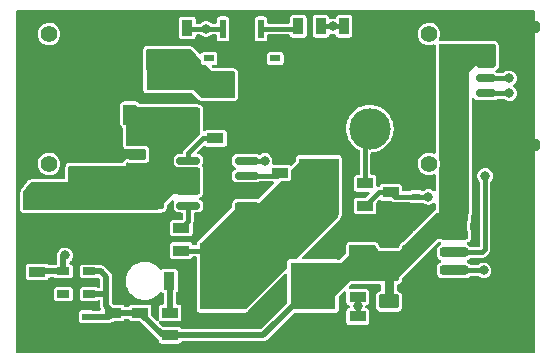
<source format=gbr>
%TF.GenerationSoftware,KiCad,Pcbnew,6.0.4-6f826c9f35~116~ubuntu20.04.1*%
%TF.CreationDate,2022-03-30T13:27:23+00:00*%
%TF.ProjectId,TFSBEC01A,54465342-4543-4303-9141-2e6b69636164,rev?*%
%TF.SameCoordinates,Original*%
%TF.FileFunction,Copper,L2,Bot*%
%TF.FilePolarity,Positive*%
%FSLAX46Y46*%
G04 Gerber Fmt 4.6, Leading zero omitted, Abs format (unit mm)*
G04 Created by KiCad (PCBNEW 6.0.4-6f826c9f35~116~ubuntu20.04.1) date 2022-03-30 13:27:23*
%MOMM*%
%LPD*%
G01*
G04 APERTURE LIST*
G04 Aperture macros list*
%AMRoundRect*
0 Rectangle with rounded corners*
0 $1 Rounding radius*
0 $2 $3 $4 $5 $6 $7 $8 $9 X,Y pos of 4 corners*
0 Add a 4 corners polygon primitive as box body*
4,1,4,$2,$3,$4,$5,$6,$7,$8,$9,$2,$3,0*
0 Add four circle primitives for the rounded corners*
1,1,$1+$1,$2,$3*
1,1,$1+$1,$4,$5*
1,1,$1+$1,$6,$7*
1,1,$1+$1,$8,$9*
0 Add four rect primitives between the rounded corners*
20,1,$1+$1,$2,$3,$4,$5,0*
20,1,$1+$1,$4,$5,$6,$7,0*
20,1,$1+$1,$6,$7,$8,$9,0*
20,1,$1+$1,$8,$9,$2,$3,0*%
G04 Aperture macros list end*
%TA.AperFunction,ComponentPad*%
%ADD10C,1.400000*%
%TD*%
%TA.AperFunction,ComponentPad*%
%ADD11R,3.500000X3.500000*%
%TD*%
%TA.AperFunction,ComponentPad*%
%ADD12C,3.500000*%
%TD*%
%TA.AperFunction,SMDPad,CuDef*%
%ADD13RoundRect,0.200000X1.000000X-0.200000X1.000000X0.200000X-1.000000X0.200000X-1.000000X-0.200000X0*%
%TD*%
%TA.AperFunction,SMDPad,CuDef*%
%ADD14RoundRect,0.250000X1.400000X-0.650000X1.400000X0.650000X-1.400000X0.650000X-1.400000X-0.650000X0*%
%TD*%
%TA.AperFunction,SMDPad,CuDef*%
%ADD15R,1.397000X0.889000*%
%TD*%
%TA.AperFunction,SMDPad,CuDef*%
%ADD16RoundRect,0.250000X-0.625000X0.375000X-0.625000X-0.375000X0.625000X-0.375000X0.625000X0.375000X0*%
%TD*%
%TA.AperFunction,SMDPad,CuDef*%
%ADD17R,0.889000X1.397000*%
%TD*%
%TA.AperFunction,SMDPad,CuDef*%
%ADD18R,0.500000X1.600000*%
%TD*%
%TA.AperFunction,SMDPad,CuDef*%
%ADD19R,0.900000X0.600000*%
%TD*%
%TA.AperFunction,SMDPad,CuDef*%
%ADD20R,1.800000X1.700000*%
%TD*%
%TA.AperFunction,SMDPad,CuDef*%
%ADD21R,3.360000X4.860000*%
%TD*%
%TA.AperFunction,SMDPad,CuDef*%
%ADD22R,1.390000X1.400000*%
%TD*%
%TA.AperFunction,SMDPad,CuDef*%
%ADD23RoundRect,0.150000X-0.700000X0.150000X-0.700000X-0.150000X0.700000X-0.150000X0.700000X0.150000X0*%
%TD*%
%TA.AperFunction,SMDPad,CuDef*%
%ADD24RoundRect,0.250000X-1.100000X0.250000X-1.100000X-0.250000X1.100000X-0.250000X1.100000X0.250000X0*%
%TD*%
%TA.AperFunction,SMDPad,CuDef*%
%ADD25R,0.700000X0.600000*%
%TD*%
%TA.AperFunction,SMDPad,CuDef*%
%ADD26RoundRect,0.250000X0.625000X-0.375000X0.625000X0.375000X-0.625000X0.375000X-0.625000X-0.375000X0*%
%TD*%
%TA.AperFunction,SMDPad,CuDef*%
%ADD27R,0.950000X1.500000*%
%TD*%
%TA.AperFunction,SMDPad,CuDef*%
%ADD28RoundRect,0.250000X0.375000X0.625000X-0.375000X0.625000X-0.375000X-0.625000X0.375000X-0.625000X0*%
%TD*%
%TA.AperFunction,SMDPad,CuDef*%
%ADD29R,3.850000X4.000000*%
%TD*%
%TA.AperFunction,SMDPad,CuDef*%
%ADD30RoundRect,0.150000X-0.825000X-0.150000X0.825000X-0.150000X0.825000X0.150000X-0.825000X0.150000X0*%
%TD*%
%TA.AperFunction,ComponentPad*%
%ADD31C,0.500000*%
%TD*%
%TA.AperFunction,SMDPad,CuDef*%
%ADD32RoundRect,0.249999X-0.955001X-1.400001X0.955001X-1.400001X0.955001X1.400001X-0.955001X1.400001X0*%
%TD*%
%TA.AperFunction,SMDPad,CuDef*%
%ADD33R,1.060000X0.650000*%
%TD*%
%TA.AperFunction,ViaPad*%
%ADD34C,0.800000*%
%TD*%
%TA.AperFunction,Conductor*%
%ADD35C,0.400000*%
%TD*%
%TA.AperFunction,Conductor*%
%ADD36C,0.500000*%
%TD*%
%TA.AperFunction,Conductor*%
%ADD37C,0.800000*%
%TD*%
G04 APERTURE END LIST*
D10*
%TO.P,J19,*%
%TO.N,*%
X35500000Y16500000D03*
X35500000Y27500000D03*
D11*
%TO.P,J19,1,-*%
%TO.N,GND*%
X30500000Y24500000D03*
D12*
%TO.P,J19,2,+*%
%TO.N,VCC*%
X30500000Y19500000D03*
%TD*%
D10*
%TO.P,J18,*%
%TO.N,*%
X3335000Y27500000D03*
X3335000Y16500000D03*
D11*
%TO.P,J18,1,-*%
%TO.N,Net-(J18-Pad1)*%
X13335000Y24500000D03*
D12*
%TO.P,J18,2,+*%
%TO.N,VCC*%
X13335000Y19500000D03*
%TD*%
D13*
%TO.P,J1,1*%
%TO.N,GND*%
X37636000Y4505000D03*
%TO.P,J1,2*%
X37636000Y6005000D03*
%TO.P,J1,3*%
%TO.N,/SENSE_VOLTAGE*%
X37636000Y7505000D03*
%TO.P,J1,4*%
%TO.N,/SENSE_CURRENT*%
X37636000Y9005000D03*
%TO.P,J1,5*%
%TO.N,/5V3*%
X37636000Y10505000D03*
%TO.P,J1,6*%
X37636000Y12005000D03*
D14*
%TO.P,J1,MP*%
%TO.N,GND*%
X42686000Y14605000D03*
X42686000Y1905000D03*
%TD*%
D15*
%TO.P,C15,1*%
%TO.N,Net-(C15-Pad1)*%
X14528800Y11074400D03*
%TO.P,C15,2*%
%TO.N,Net-(C15-Pad2)*%
X14528800Y9169400D03*
%TD*%
%TO.P,C12,1*%
%TO.N,VCC*%
X10820400Y15417800D03*
%TO.P,C12,2*%
%TO.N,GND*%
X10820400Y17322800D03*
%TD*%
D16*
%TO.P,C8,1*%
%TO.N,VCC*%
X4572000Y13309600D03*
%TO.P,C8,2*%
%TO.N,GND*%
X4572000Y10509600D03*
%TD*%
D17*
%TO.P,R7,1*%
%TO.N,Net-(R7-Pad1)*%
X24447500Y28152000D03*
%TO.P,R7,2*%
%TO.N,/SENSE_CURRENT*%
X26352500Y28152000D03*
%TD*%
D15*
%TO.P,R1,1*%
%TO.N,/5V3*%
X13589000Y1990000D03*
%TO.P,R1,2*%
%TO.N,Net-(D1-Pad2)*%
X13589000Y3895000D03*
%TD*%
%TO.P,R2,1*%
%TO.N,Net-(R2-Pad1)*%
X17424400Y18669000D03*
%TO.P,R2,2*%
%TO.N,GND*%
X17424400Y20574000D03*
%TD*%
D16*
%TO.P,C9,1*%
%TO.N,VCC*%
X2032000Y13309600D03*
%TO.P,C9,2*%
%TO.N,GND*%
X2032000Y10509600D03*
%TD*%
D18*
%TO.P,U1,1,VCC*%
%TO.N,+3V3*%
X18085000Y27935000D03*
%TO.P,U1,2,GND*%
%TO.N,GND*%
X19685000Y27935000D03*
%TO.P,U1,3,VOUT*%
%TO.N,Net-(R7-Pad1)*%
X21285000Y27935000D03*
D19*
%TO.P,U1,4,NC*%
%TO.N,N/C*%
X22485000Y25435000D03*
D20*
%TO.P,U1,5,IP+*%
%TO.N,GND*%
X21185000Y23085000D03*
%TO.P,U1,6,IP-*%
%TO.N,Net-(J18-Pad1)*%
X18185000Y23085000D03*
D19*
%TO.P,U1,7,NC*%
%TO.N,N/C*%
X16885000Y25435000D03*
%TD*%
D21*
%TO.P,D3,1,K*%
%TO.N,Net-(C15-Pad2)*%
X26162000Y14586000D03*
D22*
%TO.P,D3,2,A*%
%TO.N,GND*%
X27082000Y18568000D03*
X25242000Y18568000D03*
%TD*%
D15*
%TO.P,C14,1*%
%TO.N,Net-(C14-Pad1)*%
X22860000Y15748000D03*
%TO.P,C14,2*%
%TO.N,GND*%
X22860000Y17653000D03*
%TD*%
D23*
%TO.P,J2,1*%
%TO.N,/5V3*%
X40314000Y26239000D03*
%TO.P,J2,2*%
X40314000Y24989000D03*
%TO.P,J2,3*%
%TO.N,/SENSE_CURRENT*%
X40314000Y23739000D03*
%TO.P,J2,4*%
%TO.N,/SENSE_VOLTAGE*%
X40314000Y22489000D03*
%TO.P,J2,5*%
%TO.N,GND*%
X40314000Y21239000D03*
%TO.P,J2,6*%
X40314000Y19989000D03*
D24*
%TO.P,J2,MP*%
X43514000Y18139000D03*
X43514000Y28089000D03*
%TD*%
D15*
%TO.P,R6,1*%
%TO.N,Net-(R5-Pad2)*%
X29464000Y3586500D03*
%TO.P,R6,2*%
%TO.N,GND*%
X29464000Y1681500D03*
%TD*%
D16*
%TO.P,C7,1*%
%TO.N,VCC*%
X7112000Y13309600D03*
%TO.P,C7,2*%
%TO.N,GND*%
X7112000Y10509600D03*
%TD*%
D17*
%TO.P,C19,1*%
%TO.N,/SENSE_CURRENT*%
X28321000Y28152000D03*
%TO.P,C19,2*%
%TO.N,GND*%
X30226000Y28152000D03*
%TD*%
D25*
%TO.P,D2,1,K*%
%TO.N,/5V3*%
X6477000Y3579000D03*
%TO.P,D2,2,A*%
%TO.N,GND*%
X6477000Y2179000D03*
%TD*%
D15*
%TO.P,C16,1*%
%TO.N,/5V3*%
X29464000Y9174500D03*
%TO.P,C16,2*%
%TO.N,GND*%
X29464000Y11079500D03*
%TD*%
D16*
%TO.P,C18,1*%
%TO.N,/5V3*%
X32131000Y4856500D03*
%TO.P,C18,2*%
%TO.N,GND*%
X32131000Y2056500D03*
%TD*%
D17*
%TO.P,C4,1*%
%TO.N,+3V3*%
X15049500Y28025000D03*
%TO.P,C4,2*%
%TO.N,GND*%
X13144500Y28025000D03*
%TD*%
D15*
%TO.P,C13,1*%
%TO.N,+3V3*%
X2336800Y7366000D03*
%TO.P,C13,2*%
%TO.N,GND*%
X2336800Y5461000D03*
%TD*%
D26*
%TO.P,C1,1*%
%TO.N,VCC*%
X5943600Y15668800D03*
%TO.P,C1,2*%
%TO.N,GND*%
X5943600Y18468800D03*
%TD*%
%TO.P,C11,1*%
%TO.N,VCC*%
X8483600Y15668800D03*
%TO.P,C11,2*%
%TO.N,GND*%
X8483600Y18468800D03*
%TD*%
D27*
%TO.P,D1,1,K*%
%TO.N,GND*%
X9362800Y6604000D03*
%TO.P,D1,2,A*%
%TO.N,Net-(D1-Pad2)*%
X13512800Y6604000D03*
%TD*%
D26*
%TO.P,C17,1*%
%TO.N,/5V3*%
X32131000Y7194000D03*
%TO.P,C17,2*%
%TO.N,GND*%
X32131000Y9994000D03*
%TD*%
D15*
%TO.P,R4,1*%
%TO.N,/SENSE_VOLTAGE*%
X32258000Y14097000D03*
%TO.P,R4,2*%
%TO.N,GND*%
X32258000Y12192000D03*
%TD*%
%TO.P,C5,1*%
%TO.N,/5V3*%
X8763000Y3895000D03*
%TO.P,C5,2*%
%TO.N,GND*%
X8763000Y1990000D03*
%TD*%
D28*
%TO.P,C6,1*%
%TO.N,VCC*%
X10210800Y20675600D03*
%TO.P,C6,2*%
%TO.N,GND*%
X7410800Y20675600D03*
%TD*%
D25*
%TO.P,D4,1,K*%
%TO.N,/SENSE_VOLTAGE*%
X34417000Y13716000D03*
%TO.P,D4,2,A*%
%TO.N,GND*%
X34417000Y12316000D03*
%TD*%
D15*
%TO.P,C3,1*%
%TO.N,/5V3*%
X11049000Y3895000D03*
%TO.P,C3,2*%
%TO.N,GND*%
X11049000Y1990000D03*
%TD*%
%TO.P,R5,1*%
%TO.N,/5V3*%
X29464000Y7142500D03*
%TO.P,R5,2*%
%TO.N,Net-(R5-Pad2)*%
X29464000Y5237500D03*
%TD*%
D29*
%TO.P,L1,1,1*%
%TO.N,Net-(C15-Pad2)*%
X18019000Y6178000D03*
%TO.P,L1,2,2*%
%TO.N,/5V3*%
X25669000Y6178000D03*
%TD*%
D30*
%TO.P,U3,1,BOOT*%
%TO.N,Net-(C15-Pad1)*%
X15116000Y12954000D03*
%TO.P,U3,2,VIN*%
%TO.N,VCC*%
X15116000Y14224000D03*
%TO.P,U3,3,EN*%
X15116000Y15494000D03*
%TO.P,U3,4,RT/SYNC*%
%TO.N,Net-(R2-Pad1)*%
X15116000Y16764000D03*
%TO.P,U3,5,FB*%
%TO.N,Net-(R5-Pad2)*%
X20066000Y16764000D03*
%TO.P,U3,6,SS*%
%TO.N,Net-(C14-Pad1)*%
X20066000Y15494000D03*
%TO.P,U3,7,GND*%
%TO.N,GND*%
X20066000Y14224000D03*
%TO.P,U3,8,SW*%
%TO.N,Net-(C15-Pad2)*%
X20066000Y12954000D03*
D31*
%TO.P,U3,9,GND*%
%TO.N,GND*%
X18291000Y16059000D03*
X18291000Y13659000D03*
X18291000Y14859000D03*
D32*
X17591000Y14859000D03*
D31*
X16891000Y16059000D03*
X16891000Y13659000D03*
X16891000Y14859000D03*
%TD*%
D15*
%TO.P,R3,1*%
%TO.N,VCC*%
X30099000Y14859000D03*
%TO.P,R3,2*%
%TO.N,/SENSE_VOLTAGE*%
X30099000Y12954000D03*
%TD*%
D33*
%TO.P,U2,1,VIN*%
%TO.N,/5V3*%
X6756400Y7401600D03*
%TO.P,U2,2,GND*%
%TO.N,GND*%
X6756400Y6451600D03*
%TO.P,U2,3,EN*%
%TO.N,/5V3*%
X6756400Y5501600D03*
%TO.P,U2,4,NC*%
%TO.N,N/C*%
X4556400Y5501600D03*
%TO.P,U2,5,VOUT*%
%TO.N,+3V3*%
X4556400Y7401600D03*
%TD*%
D16*
%TO.P,C10,1*%
%TO.N,VCC*%
X12192000Y13264800D03*
%TO.P,C10,2*%
%TO.N,GND*%
X12192000Y10464800D03*
%TD*%
%TO.P,C2,1*%
%TO.N,VCC*%
X9652000Y13258800D03*
%TO.P,C2,2*%
%TO.N,GND*%
X9652000Y10458800D03*
%TD*%
D34*
%TO.N,GND*%
X27940000Y25908000D03*
X25908000Y24892000D03*
X7112000Y8890000D03*
X24638000Y1524000D03*
X3810000Y3048000D03*
X25400000Y2794000D03*
X34036000Y3302000D03*
X14986000Y7366000D03*
X2540000Y11938000D03*
X12446000Y11938000D03*
X24130000Y2794000D03*
X17018000Y12446000D03*
X43688000Y23622000D03*
X21082000Y3810000D03*
X24892000Y24892000D03*
X23368000Y1524000D03*
X10160000Y22606000D03*
X43688000Y24638000D03*
X43688000Y25654000D03*
X7112000Y11938000D03*
X11938000Y26924000D03*
X4826000Y2032000D03*
X9398000Y11938000D03*
X3302000Y8890000D03*
X31750000Y16510000D03*
X6096000Y8890000D03*
X4826000Y3048000D03*
X27940000Y22860000D03*
X35306000Y3302000D03*
X16256000Y11430000D03*
X10160000Y8890000D03*
X35306000Y5842000D03*
X26924000Y24892000D03*
X23876000Y22860000D03*
X5842000Y20066000D03*
X8382000Y11938000D03*
X31750000Y15494000D03*
X5842000Y21336000D03*
X35306000Y24892000D03*
X35306000Y22860000D03*
X27940000Y23876000D03*
X6096000Y11938000D03*
X25908000Y1524000D03*
X23876000Y23876000D03*
X26924000Y23876000D03*
X1270000Y8890000D03*
X8890000Y22606000D03*
X35306000Y21844000D03*
X32766000Y16510000D03*
X34036000Y11176000D03*
X35306000Y4572000D03*
X14986000Y6096000D03*
X26924000Y25908000D03*
X25908000Y22860000D03*
X2286000Y8890000D03*
X11176000Y28956000D03*
X34036000Y5842000D03*
X35306000Y25908000D03*
X12192000Y8890000D03*
X23876000Y25908000D03*
X26162000Y9144000D03*
X9144000Y8890000D03*
X24892000Y25908000D03*
X24892000Y23876000D03*
X22606000Y5080000D03*
X35306000Y20828000D03*
X19558000Y3302000D03*
X27940000Y24892000D03*
X35306000Y2032000D03*
X9652000Y5080000D03*
X35306000Y23876000D03*
X10414000Y11938000D03*
X23876000Y24892000D03*
X3556000Y11938000D03*
X11176000Y8890000D03*
X39624000Y18796000D03*
X11430000Y11938000D03*
X40640000Y18796000D03*
X7620000Y22606000D03*
X32766000Y15494000D03*
X34798000Y17780000D03*
X17526000Y3302000D03*
X34036000Y2032000D03*
X27432000Y10414000D03*
X4826000Y4064000D03*
X1524000Y11938000D03*
X43688000Y22606000D03*
X15494000Y3302000D03*
X3810000Y4064000D03*
X32512000Y17526000D03*
X8128000Y8890000D03*
X3810000Y2032000D03*
X26924000Y22860000D03*
X35306000Y19812000D03*
X25908000Y25908000D03*
X26670000Y2794000D03*
X25908000Y23876000D03*
X27432000Y9144000D03*
X24892000Y22860000D03*
X34036000Y4572000D03*
X35306000Y18796000D03*
%TO.N,+3V3*%
X16642000Y27935000D03*
X4699000Y8763000D03*
%TO.N,/SENSE_CURRENT*%
X27390000Y28152000D03*
X40259000Y15494000D03*
X42291000Y23749000D03*
%TO.N,/SENSE_VOLTAGE*%
X42291000Y22479000D03*
X40132000Y7493000D03*
X35433000Y13716000D03*
%TO.N,Net-(R5-Pad2)*%
X29464000Y4445000D03*
X21590000Y16764000D03*
%TD*%
D35*
%TO.N,VCC*%
X30099000Y19099000D02*
X30500000Y19500000D01*
X30099000Y14859000D02*
X30099000Y19099000D01*
D36*
%TO.N,/5V3*%
X11049000Y3895000D02*
X8763000Y3895000D01*
X6756400Y7401600D02*
X7736800Y7401600D01*
X8178800Y4479200D02*
X8763000Y3895000D01*
X13589000Y1990000D02*
X12954000Y1990000D01*
X12954000Y1990000D02*
X11049000Y3895000D01*
X6756400Y5501600D02*
X8163600Y5501600D01*
D37*
X32131000Y4856500D02*
X32131000Y7194000D01*
D36*
X8163600Y5501600D02*
X8178800Y5486400D01*
X21481000Y1990000D02*
X25669000Y6178000D01*
X7736800Y7401600D02*
X8178800Y6959600D01*
X6477000Y3579000D02*
X8447000Y3579000D01*
X8178800Y5486400D02*
X8178800Y4479200D01*
X13589000Y1990000D02*
X21481000Y1990000D01*
X8447000Y3579000D02*
X8763000Y3895000D01*
X8178800Y6959600D02*
X8178800Y5486400D01*
X6756400Y5501600D02*
X7156400Y5501600D01*
%TO.N,+3V3*%
X4556400Y7401600D02*
X2372400Y7401600D01*
D35*
X15139500Y27935000D02*
X15049500Y28025000D01*
D36*
X2372400Y7401600D02*
X2336800Y7366000D01*
D35*
X18085000Y27935000D02*
X16642000Y27935000D01*
D36*
X4556400Y7401600D02*
X4556400Y8620400D01*
D35*
X16642000Y27935000D02*
X15139500Y27935000D01*
D36*
X4556400Y8620400D02*
X4699000Y8763000D01*
D35*
%TO.N,Net-(C14-Pad1)*%
X20066000Y15494000D02*
X22606000Y15494000D01*
X22606000Y15494000D02*
X22860000Y15748000D01*
%TO.N,Net-(C15-Pad1)*%
X15116000Y11661600D02*
X14528800Y11074400D01*
X15116000Y12954000D02*
X15116000Y11661600D01*
%TO.N,Net-(C15-Pad2)*%
X17881600Y9169400D02*
X18019000Y9032000D01*
X18019000Y9032000D02*
X18019000Y6178000D01*
X14528800Y9169400D02*
X17881600Y9169400D01*
D36*
%TO.N,Net-(D1-Pad2)*%
X13589000Y6527800D02*
X13512800Y6604000D01*
X13589000Y3895000D02*
X13589000Y6527800D01*
D35*
%TO.N,/SENSE_CURRENT*%
X39993000Y9005000D02*
X37636000Y9005000D01*
X26352500Y28152000D02*
X27390000Y28152000D01*
X28321000Y28152000D02*
X27390000Y28152000D01*
X40259000Y15494000D02*
X40259000Y9271000D01*
X40259000Y9271000D02*
X39993000Y9005000D01*
X42291000Y23749000D02*
X40324000Y23749000D01*
X40324000Y23749000D02*
X40314000Y23739000D01*
%TO.N,/SENSE_VOLTAGE*%
X34417000Y13716000D02*
X35433000Y13716000D01*
X37648000Y7493000D02*
X37636000Y7505000D01*
X32258000Y14097000D02*
X31242000Y14097000D01*
X42291000Y22479000D02*
X40324000Y22479000D01*
X34417000Y13716000D02*
X32639000Y13716000D01*
X40132000Y7493000D02*
X37648000Y7493000D01*
X31242000Y14097000D02*
X30099000Y12954000D01*
X40324000Y22479000D02*
X40314000Y22489000D01*
X32639000Y13716000D02*
X32258000Y14097000D01*
%TO.N,Net-(R2-Pad1)*%
X16383000Y18669000D02*
X17424400Y18669000D01*
X15116000Y17402000D02*
X16383000Y18669000D01*
X15116000Y16764000D02*
X15116000Y17402000D01*
%TO.N,Net-(R5-Pad2)*%
X20066000Y16764000D02*
X21590000Y16764000D01*
X29464000Y3586500D02*
X29464000Y5237500D01*
X29464000Y4445000D02*
X29464000Y5237500D01*
%TO.N,Net-(R7-Pad1)*%
X21285000Y27935000D02*
X24230500Y27935000D01*
X24230500Y27935000D02*
X24447500Y28152000D01*
%TD*%
%TA.AperFunction,Conductor*%
%TO.N,GND*%
G36*
X44442121Y29479998D02*
G01*
X44488614Y29426342D01*
X44500000Y29374000D01*
X44500000Y626000D01*
X44479998Y557879D01*
X44426342Y511386D01*
X44374000Y500000D01*
X626000Y500000D01*
X557879Y520002D01*
X511386Y573658D01*
X500000Y626000D01*
X500000Y3879000D01*
X5867500Y3879000D01*
X5867500Y3279000D01*
X5887253Y3179694D01*
X5943506Y3095506D01*
X5953822Y3088613D01*
X5967416Y3079530D01*
X6027694Y3039253D01*
X6127000Y3019500D01*
X6827000Y3019500D01*
X6926306Y3039253D01*
X6947275Y3053264D01*
X7017278Y3074500D01*
X8377215Y3074500D01*
X8388386Y3073252D01*
X8388433Y3073842D01*
X8397384Y3073122D01*
X8406138Y3071141D01*
X8456381Y3074258D01*
X8464182Y3074500D01*
X8481914Y3074500D01*
X8493459Y3076153D01*
X8503496Y3077181D01*
X8541358Y3079530D01*
X8550320Y3080086D01*
X8558764Y3083134D01*
X8562089Y3083823D01*
X8577874Y3087759D01*
X8581115Y3088707D01*
X8590000Y3089979D01*
X8598171Y3093694D01*
X8598174Y3093695D01*
X8624844Y3105822D01*
X8632716Y3109401D01*
X8642052Y3113202D01*
X8686196Y3129139D01*
X8693443Y3134433D01*
X8696420Y3136016D01*
X8710482Y3144233D01*
X8713331Y3146055D01*
X8721504Y3149771D01*
X8733906Y3160457D01*
X8798568Y3189767D01*
X8816149Y3191000D01*
X9461500Y3191000D01*
X9560806Y3210753D01*
X9644994Y3267006D01*
X9690095Y3334504D01*
X9744572Y3380030D01*
X9794859Y3390500D01*
X10017141Y3390500D01*
X10085262Y3370498D01*
X10121905Y3334504D01*
X10167006Y3267006D01*
X10251194Y3210753D01*
X10350500Y3191000D01*
X10987339Y3191000D01*
X11055460Y3170998D01*
X11076434Y3154095D01*
X12547918Y1682611D01*
X12554939Y1673825D01*
X12555389Y1674208D01*
X12561207Y1667372D01*
X12565996Y1659783D01*
X12572723Y1653842D01*
X12588409Y1639988D01*
X12626226Y1579902D01*
X12629305Y1557743D01*
X12630393Y1557850D01*
X12631000Y1551687D01*
X12631000Y1545500D01*
X12650753Y1446194D01*
X12707006Y1362006D01*
X12791194Y1305753D01*
X12890500Y1286000D01*
X14287500Y1286000D01*
X14386806Y1305753D01*
X14470994Y1362006D01*
X14516095Y1429504D01*
X14570572Y1475030D01*
X14620859Y1485500D01*
X21411215Y1485500D01*
X21422386Y1484252D01*
X21422433Y1484842D01*
X21431384Y1484122D01*
X21440138Y1482141D01*
X21490381Y1485258D01*
X21498182Y1485500D01*
X21515914Y1485500D01*
X21527459Y1487153D01*
X21537496Y1488181D01*
X21575358Y1490530D01*
X21584320Y1491086D01*
X21592764Y1494134D01*
X21596089Y1494823D01*
X21611874Y1498759D01*
X21615115Y1499707D01*
X21624000Y1500979D01*
X21632171Y1504694D01*
X21632174Y1504695D01*
X21655847Y1515459D01*
X21666716Y1520401D01*
X21676052Y1524202D01*
X21720196Y1540139D01*
X21727443Y1545433D01*
X21730420Y1547016D01*
X21744482Y1555233D01*
X21747330Y1557055D01*
X21755504Y1560771D01*
X21791039Y1591389D01*
X21798955Y1597675D01*
X21806869Y1603457D01*
X21806870Y1603458D01*
X21810800Y1606329D01*
X21822575Y1618104D01*
X21829423Y1624463D01*
X21858143Y1649209D01*
X21858145Y1649211D01*
X21864941Y1655067D01*
X21869821Y1662596D01*
X21875725Y1669364D01*
X21875788Y1669309D01*
X21884301Y1679830D01*
X24086066Y3881595D01*
X24148378Y3915621D01*
X24175161Y3918500D01*
X27594000Y3918500D01*
X27693306Y3938253D01*
X27777494Y3994506D01*
X27833747Y4078694D01*
X27853500Y4178000D01*
X27853500Y5217100D01*
X27873502Y5285221D01*
X27890405Y5306195D01*
X28290905Y5706695D01*
X28353217Y5740721D01*
X28424032Y5735656D01*
X28480868Y5693109D01*
X28505679Y5626589D01*
X28506000Y5617600D01*
X28506000Y4793000D01*
X28525753Y4693694D01*
X28582006Y4609506D01*
X28666194Y4553253D01*
X28687651Y4548985D01*
X28708282Y4544881D01*
X28771192Y4511973D01*
X28806323Y4450277D01*
X28809700Y4421302D01*
X28809700Y4402698D01*
X28789698Y4334577D01*
X28736042Y4288084D01*
X28708282Y4279119D01*
X28688798Y4275243D01*
X28666194Y4270747D01*
X28582006Y4214494D01*
X28525753Y4130306D01*
X28506000Y4031000D01*
X28506000Y3142000D01*
X28525753Y3042694D01*
X28582006Y2958506D01*
X28666194Y2902253D01*
X28765500Y2882500D01*
X30162500Y2882500D01*
X30261806Y2902253D01*
X30345994Y2958506D01*
X30402247Y3042694D01*
X30422000Y3142000D01*
X30422000Y4031000D01*
X30402247Y4130306D01*
X30345994Y4214494D01*
X30261806Y4270747D01*
X30220556Y4278952D01*
X30157646Y4311859D01*
X30122513Y4373554D01*
X30120129Y4418318D01*
X30122584Y4437752D01*
X30150965Y4502825D01*
X30210025Y4542227D01*
X30223007Y4545535D01*
X30261806Y4553253D01*
X30345994Y4609506D01*
X30402247Y4693694D01*
X30422000Y4793000D01*
X30422000Y5682000D01*
X30402247Y5781306D01*
X30345994Y5865494D01*
X30261806Y5921747D01*
X30162500Y5941500D01*
X28829900Y5941500D01*
X28761779Y5961502D01*
X28715286Y6015158D01*
X28705182Y6085432D01*
X28734676Y6150012D01*
X28740805Y6156595D01*
X28897305Y6313095D01*
X28959617Y6347121D01*
X28986400Y6350000D01*
X31295543Y6350000D01*
X31331644Y6344717D01*
X31368494Y6333697D01*
X31386603Y6328281D01*
X31446136Y6289599D01*
X31475306Y6224871D01*
X31476500Y6207564D01*
X31476500Y5846016D01*
X31456498Y5777895D01*
X31402842Y5731402D01*
X31380357Y5724807D01*
X31380502Y5724312D01*
X31371892Y5721794D01*
X31363000Y5720521D01*
X31354824Y5716804D01*
X31354822Y5716803D01*
X31310358Y5696586D01*
X31231496Y5660729D01*
X31122059Y5566433D01*
X31043487Y5445211D01*
X31002096Y5306809D01*
X31001500Y5298788D01*
X31001500Y4446586D01*
X31006136Y4414212D01*
X31015572Y4348326D01*
X31016979Y4338500D01*
X31020696Y4330324D01*
X31020697Y4330322D01*
X31038804Y4290500D01*
X31076771Y4206996D01*
X31171067Y4097559D01*
X31292289Y4018987D01*
X31339654Y4004822D01*
X31424150Y3979552D01*
X31424152Y3979552D01*
X31430691Y3977596D01*
X31438712Y3977000D01*
X32790914Y3977000D01*
X32833403Y3983085D01*
X32890107Y3991205D01*
X32890110Y3991206D01*
X32899000Y3992479D01*
X32907176Y3996196D01*
X32907178Y3996197D01*
X32957301Y4018987D01*
X33030504Y4052271D01*
X33042369Y4062494D01*
X33099652Y4111852D01*
X33139941Y4146567D01*
X33218513Y4267789D01*
X33247498Y4364707D01*
X33257948Y4399650D01*
X33257948Y4399652D01*
X33259904Y4406191D01*
X33260500Y4414212D01*
X33260500Y5266414D01*
X33245021Y5374500D01*
X33185229Y5506004D01*
X33090933Y5615441D01*
X32969711Y5694013D01*
X32913734Y5710754D01*
X32875397Y5722219D01*
X32815864Y5760901D01*
X32786694Y5825628D01*
X32785500Y5842936D01*
X32785500Y6204484D01*
X32805502Y6272605D01*
X32859158Y6319098D01*
X32881643Y6325693D01*
X32881498Y6326188D01*
X32890108Y6328706D01*
X32899000Y6329979D01*
X32907176Y6333696D01*
X32907178Y6333697D01*
X32958765Y6357153D01*
X33030504Y6389771D01*
X33139941Y6484067D01*
X33218513Y6605289D01*
X33254381Y6725222D01*
X33257948Y6737150D01*
X33257948Y6737152D01*
X33259904Y6743691D01*
X33260500Y6751712D01*
X33260500Y6814100D01*
X33280502Y6882221D01*
X33297405Y6903195D01*
X36263305Y9869095D01*
X36325617Y9903121D01*
X36352400Y9906000D01*
X36384304Y9906000D01*
X36447588Y9888955D01*
X36466847Y9877768D01*
X36476020Y9875642D01*
X36484781Y9872173D01*
X36483479Y9868885D01*
X36530173Y9842574D01*
X36563365Y9779814D01*
X36557356Y9709072D01*
X36514056Y9652808D01*
X36494440Y9641091D01*
X36394493Y9593097D01*
X36377723Y9585044D01*
X36370809Y9578652D01*
X36370808Y9578652D01*
X36358908Y9567652D01*
X36277392Y9492299D01*
X36208768Y9374153D01*
X36196662Y9321926D01*
X36183419Y9264792D01*
X36181500Y9256514D01*
X36181500Y8771742D01*
X36182199Y8767095D01*
X36182199Y8767090D01*
X36193053Y8694898D01*
X36196813Y8669888D01*
X36255956Y8546723D01*
X36262348Y8539809D01*
X36262348Y8539808D01*
X36288832Y8511158D01*
X36348701Y8446392D01*
X36466847Y8377768D01*
X36476021Y8375642D01*
X36484781Y8372173D01*
X36483479Y8368885D01*
X36530173Y8342574D01*
X36563365Y8279814D01*
X36557356Y8209072D01*
X36514056Y8152808D01*
X36494440Y8141091D01*
X36386213Y8089121D01*
X36377723Y8085044D01*
X36277392Y7992299D01*
X36208768Y7874153D01*
X36201198Y7841495D01*
X36183503Y7765154D01*
X36181500Y7756514D01*
X36181500Y7271742D01*
X36182199Y7267095D01*
X36182199Y7267090D01*
X36194894Y7182652D01*
X36196813Y7169888D01*
X36255956Y7046723D01*
X36348701Y6946392D01*
X36466847Y6877768D01*
X36518423Y6865813D01*
X36577491Y6852121D01*
X36577494Y6852121D01*
X36584486Y6850500D01*
X38669258Y6850500D01*
X38673905Y6851199D01*
X38673910Y6851199D01*
X38761801Y6864413D01*
X38761802Y6864413D01*
X38771112Y6865813D01*
X38894277Y6924956D01*
X38980895Y7005025D01*
X39044495Y7036577D01*
X39066424Y7038500D01*
X39606710Y7038500D01*
X39674831Y7018498D01*
X39698559Y6998754D01*
X39711619Y6984847D01*
X39851199Y6896267D01*
X39858738Y6893817D01*
X39858741Y6893816D01*
X40000884Y6847631D01*
X40000886Y6847631D01*
X40008422Y6845182D01*
X40016331Y6844684D01*
X40016333Y6844684D01*
X40090916Y6839992D01*
X40173410Y6834801D01*
X40181194Y6836286D01*
X40181196Y6836286D01*
X40328013Y6864293D01*
X40328014Y6864293D01*
X40335797Y6865778D01*
X40485378Y6936166D01*
X40491483Y6941216D01*
X40491487Y6941219D01*
X40606647Y7036488D01*
X40612755Y7041541D01*
X40659541Y7105936D01*
X40705265Y7168870D01*
X40705266Y7168872D01*
X40709924Y7175283D01*
X40715893Y7190357D01*
X40767864Y7321621D01*
X40767864Y7321623D01*
X40770781Y7328989D01*
X40772036Y7338918D01*
X40790506Y7485132D01*
X40791500Y7493000D01*
X40785879Y7537494D01*
X40771775Y7649146D01*
X40771774Y7649149D01*
X40770781Y7657011D01*
X40740826Y7732668D01*
X40712842Y7803348D01*
X40712841Y7803350D01*
X40709924Y7810717D01*
X40693650Y7833117D01*
X40617415Y7938045D01*
X40612755Y7944459D01*
X40584901Y7967502D01*
X40491487Y8044781D01*
X40491483Y8044784D01*
X40485378Y8049834D01*
X40335797Y8120222D01*
X40328014Y8121707D01*
X40328013Y8121707D01*
X40181196Y8149714D01*
X40181194Y8149714D01*
X40173410Y8151199D01*
X40090916Y8146009D01*
X40016333Y8141316D01*
X40016331Y8141316D01*
X40008422Y8140818D01*
X40000886Y8138369D01*
X40000884Y8138369D01*
X39858741Y8092184D01*
X39858738Y8092183D01*
X39851199Y8089733D01*
X39711619Y8001153D01*
X39706191Y7995373D01*
X39706190Y7995372D01*
X39698559Y7987246D01*
X39637345Y7951281D01*
X39606710Y7947500D01*
X39085742Y7947500D01*
X39017621Y7967502D01*
X38993217Y7987971D01*
X38989216Y7992299D01*
X38923299Y8063608D01*
X38805153Y8132232D01*
X38795979Y8134358D01*
X38787219Y8137827D01*
X38788521Y8141115D01*
X38741827Y8167426D01*
X38708635Y8230186D01*
X38714644Y8300928D01*
X38757944Y8357192D01*
X38777560Y8368909D01*
X38885787Y8420879D01*
X38885788Y8420880D01*
X38894277Y8424956D01*
X38916267Y8445283D01*
X38993877Y8517025D01*
X39057477Y8548577D01*
X39079406Y8550500D01*
X39959672Y8550500D01*
X39974482Y8549627D01*
X40007433Y8545727D01*
X40016697Y8547419D01*
X40016698Y8547419D01*
X40065658Y8556361D01*
X40069564Y8557011D01*
X40118800Y8564413D01*
X40128112Y8565813D01*
X40134678Y8568966D01*
X40141840Y8570274D01*
X40194401Y8597577D01*
X40197889Y8599320D01*
X40251277Y8624956D01*
X40256572Y8629851D01*
X40256709Y8629943D01*
X40263087Y8633256D01*
X40269455Y8638695D01*
X40308219Y8677459D01*
X40311785Y8680889D01*
X40319770Y8688270D01*
X40351608Y8717701D01*
X40355161Y8723817D01*
X40360174Y8729414D01*
X40556812Y8926052D01*
X40567901Y8935907D01*
X40586564Y8950620D01*
X40593961Y8956451D01*
X40627648Y9005191D01*
X40629916Y9008364D01*
X40633136Y9012724D01*
X40665091Y9055987D01*
X40667504Y9062858D01*
X40671644Y9068848D01*
X40689499Y9125304D01*
X40690743Y9129034D01*
X40707240Y9176010D01*
X40707240Y9176011D01*
X40710361Y9184898D01*
X40710644Y9192101D01*
X40710677Y9192268D01*
X40712843Y9199118D01*
X40713500Y9207466D01*
X40713500Y9262314D01*
X40713597Y9267261D01*
X40715355Y9312013D01*
X40715725Y9321423D01*
X40713912Y9328260D01*
X40713500Y9335752D01*
X40713500Y14966147D01*
X40733502Y15034268D01*
X40739884Y15042447D01*
X40739755Y15042541D01*
X40832265Y15169870D01*
X40832266Y15169872D01*
X40836924Y15176283D01*
X40839888Y15183767D01*
X40894864Y15322621D01*
X40894864Y15322623D01*
X40897781Y15329989D01*
X40918500Y15494000D01*
X40909936Y15561793D01*
X40898775Y15650146D01*
X40898774Y15650149D01*
X40897781Y15658011D01*
X40889079Y15679989D01*
X40839842Y15804348D01*
X40839841Y15804350D01*
X40836924Y15811717D01*
X40739755Y15945459D01*
X40703693Y15975292D01*
X40618487Y16045781D01*
X40618483Y16045784D01*
X40612378Y16050834D01*
X40462797Y16121222D01*
X40455014Y16122707D01*
X40455013Y16122707D01*
X40308196Y16150714D01*
X40308194Y16150714D01*
X40300410Y16152199D01*
X40227174Y16147591D01*
X40143333Y16142316D01*
X40143331Y16142316D01*
X40135422Y16141818D01*
X40127886Y16139369D01*
X40127884Y16139369D01*
X39985741Y16093184D01*
X39985738Y16093183D01*
X39978199Y16090733D01*
X39838619Y16002153D01*
X39833192Y15996374D01*
X39833191Y15996373D01*
X39779356Y15939045D01*
X39725453Y15881644D01*
X39645812Y15736778D01*
X39604700Y15576657D01*
X39604700Y15411343D01*
X39645812Y15251222D01*
X39725453Y15106356D01*
X39730877Y15100580D01*
X39770350Y15058546D01*
X39802401Y14995196D01*
X39804500Y14972293D01*
X39804500Y9585500D01*
X39784498Y9517379D01*
X39730842Y9470886D01*
X39678500Y9459500D01*
X39074649Y9459500D01*
X39006528Y9479502D01*
X38982124Y9499971D01*
X38929690Y9556695D01*
X38929687Y9556697D01*
X38923299Y9563608D01*
X38805153Y9632232D01*
X38795979Y9634358D01*
X38787219Y9637827D01*
X38788521Y9641115D01*
X38741827Y9667426D01*
X38708635Y9730186D01*
X38714644Y9800928D01*
X38757944Y9857192D01*
X38777560Y9868909D01*
X38885787Y9920879D01*
X38885788Y9920880D01*
X38894277Y9924956D01*
X38994608Y10017701D01*
X39063232Y10135847D01*
X39090500Y10253486D01*
X39090500Y10738258D01*
X39086311Y10766125D01*
X39076587Y10830801D01*
X39076587Y10830802D01*
X39075187Y10840112D01*
X39016044Y10963277D01*
X39010582Y10969186D01*
X38989000Y11039343D01*
X38989000Y11474108D01*
X39006046Y11537393D01*
X39058501Y11627702D01*
X39063232Y11635847D01*
X39081006Y11712526D01*
X39088879Y11746491D01*
X39088879Y11746494D01*
X39090500Y11753486D01*
X39090500Y12176521D01*
X39095604Y12212020D01*
X39105711Y12246440D01*
X39106397Y12251207D01*
X39115358Y12313537D01*
X39116000Y12318000D01*
X39116000Y21960820D01*
X39136002Y22028941D01*
X39189658Y22075434D01*
X39259932Y22085538D01*
X39324512Y22056044D01*
X39331095Y22049915D01*
X39373302Y22007708D01*
X39487458Y21949542D01*
X39582431Y21934500D01*
X41045569Y21934500D01*
X41140542Y21949542D01*
X41254698Y22007708D01*
X41255888Y22005372D01*
X41308913Y22024294D01*
X41316111Y22024500D01*
X41765710Y22024500D01*
X41833831Y22004498D01*
X41857559Y21984754D01*
X41870619Y21970847D01*
X42010199Y21882267D01*
X42017738Y21879817D01*
X42017741Y21879816D01*
X42159884Y21833631D01*
X42159886Y21833631D01*
X42167422Y21831182D01*
X42175331Y21830684D01*
X42175333Y21830684D01*
X42249916Y21825992D01*
X42332410Y21820801D01*
X42340194Y21822286D01*
X42340196Y21822286D01*
X42487013Y21850293D01*
X42487014Y21850293D01*
X42494797Y21851778D01*
X42644378Y21922166D01*
X42650483Y21927216D01*
X42650487Y21927219D01*
X42765647Y22022488D01*
X42771755Y22027541D01*
X42868924Y22161283D01*
X42929781Y22314989D01*
X42950500Y22479000D01*
X42945681Y22517148D01*
X42930775Y22635146D01*
X42930774Y22635149D01*
X42929781Y22643011D01*
X42918870Y22670569D01*
X42871842Y22789348D01*
X42871841Y22789350D01*
X42868924Y22796717D01*
X42771755Y22930459D01*
X42667247Y23016915D01*
X42627509Y23075749D01*
X42625886Y23146727D01*
X42667247Y23211085D01*
X42710212Y23246628D01*
X42771755Y23297541D01*
X42868924Y23431283D01*
X42881268Y23462458D01*
X42926864Y23577621D01*
X42926864Y23577623D01*
X42929781Y23584989D01*
X42950500Y23749000D01*
X42929781Y23913011D01*
X42868924Y24066717D01*
X42771755Y24200459D01*
X42765647Y24205512D01*
X42650487Y24300781D01*
X42650483Y24300784D01*
X42644378Y24305834D01*
X42494797Y24376222D01*
X42487014Y24377707D01*
X42487013Y24377707D01*
X42340196Y24405714D01*
X42340194Y24405714D01*
X42332410Y24407199D01*
X42249916Y24402008D01*
X42175333Y24397316D01*
X42175331Y24397316D01*
X42167422Y24396818D01*
X42159886Y24394369D01*
X42159884Y24394369D01*
X42017741Y24348184D01*
X42017738Y24348183D01*
X42010199Y24345733D01*
X41870619Y24257153D01*
X41865191Y24251373D01*
X41865190Y24251372D01*
X41857559Y24243246D01*
X41796345Y24207281D01*
X41765710Y24203500D01*
X41316111Y24203500D01*
X41255248Y24221371D01*
X41254698Y24220292D01*
X41248953Y24223219D01*
X41248954Y24223219D01*
X41192992Y24251733D01*
X41141377Y24300482D01*
X41124311Y24369397D01*
X41147212Y24436598D01*
X41192992Y24476267D01*
X41203225Y24481481D01*
X41254698Y24507708D01*
X41345292Y24598302D01*
X41403458Y24712458D01*
X41418500Y24807431D01*
X41418500Y25170569D01*
X41403551Y25264955D01*
X41402000Y25284665D01*
X41402000Y25943335D01*
X41403551Y25963045D01*
X41417725Y26052539D01*
X41418500Y26057431D01*
X41418500Y26420569D01*
X41403551Y26514955D01*
X41402000Y26534665D01*
X41402000Y26544000D01*
X41396196Y26597990D01*
X41384810Y26650332D01*
X41377616Y26676555D01*
X41339265Y26743904D01*
X41331638Y26757298D01*
X41331635Y26757302D01*
X41328575Y26762676D01*
X41282082Y26816332D01*
X41249498Y26847773D01*
X41161681Y26893709D01*
X41093560Y26913711D01*
X41089101Y26914352D01*
X41089097Y26914353D01*
X41057780Y26918856D01*
X41022000Y26924000D01*
X36486763Y26924000D01*
X36418642Y26944002D01*
X36372149Y26997658D01*
X36362045Y27067932D01*
X36374354Y27104108D01*
X36373561Y27104454D01*
X36376117Y27110305D01*
X36379250Y27115865D01*
X36438533Y27300509D01*
X36459477Y27493301D01*
X36459500Y27500000D01*
X36458827Y27506631D01*
X36440547Y27686585D01*
X36440547Y27686586D01*
X36439902Y27692934D01*
X36381910Y27877987D01*
X36287893Y28047600D01*
X36161690Y28194843D01*
X36008458Y28313702D01*
X35834455Y28399322D01*
X35828277Y28400931D01*
X35828275Y28400932D01*
X35652972Y28446595D01*
X35652969Y28446595D01*
X35646790Y28448205D01*
X35563491Y28452570D01*
X35459510Y28458020D01*
X35459506Y28458020D01*
X35453129Y28458354D01*
X35352614Y28443153D01*
X35267696Y28430311D01*
X35267695Y28430311D01*
X35261382Y28429356D01*
X35255393Y28427153D01*
X35255391Y28427152D01*
X35153057Y28389500D01*
X35079383Y28362393D01*
X34914566Y28260202D01*
X34773663Y28126957D01*
X34662431Y27968101D01*
X34585414Y27790124D01*
X34584108Y27783874D01*
X34584108Y27783873D01*
X34565110Y27692934D01*
X34545756Y27600295D01*
X34545492Y27524778D01*
X34545136Y27422598D01*
X34545079Y27406369D01*
X34550766Y27378166D01*
X34578753Y27239366D01*
X34583410Y27216268D01*
X34585905Y27210391D01*
X34585905Y27210390D01*
X34654893Y27047866D01*
X34659184Y27037757D01*
X34769304Y26878129D01*
X34909273Y26743904D01*
X34980272Y26699194D01*
X35067965Y26643970D01*
X35067969Y26643968D01*
X35073373Y26640565D01*
X35254900Y26572333D01*
X35261204Y26571335D01*
X35261206Y26571334D01*
X35350669Y26557165D01*
X35446439Y26541996D01*
X35640167Y26550793D01*
X35721344Y26571334D01*
X35821980Y26596799D01*
X35821982Y26596800D01*
X35828168Y26598365D01*
X35834221Y26601291D01*
X35887161Y26626883D01*
X35957197Y26638523D01*
X36022408Y26610451D01*
X36062090Y26551579D01*
X36068000Y26513443D01*
X36068000Y17486832D01*
X36047998Y17418711D01*
X35994342Y17372218D01*
X35924068Y17362114D01*
X35886371Y17373777D01*
X35840186Y17396502D01*
X35834455Y17399322D01*
X35828277Y17400931D01*
X35828275Y17400932D01*
X35652972Y17446595D01*
X35652969Y17446595D01*
X35646790Y17448205D01*
X35563491Y17452570D01*
X35459510Y17458020D01*
X35459506Y17458020D01*
X35453129Y17458354D01*
X35313987Y17437311D01*
X35267696Y17430311D01*
X35267695Y17430311D01*
X35261382Y17429356D01*
X35255393Y17427153D01*
X35255391Y17427152D01*
X35157737Y17391222D01*
X35079383Y17362393D01*
X34914566Y17260202D01*
X34773663Y17126957D01*
X34770004Y17121731D01*
X34683927Y16998800D01*
X34662431Y16968101D01*
X34585414Y16790124D01*
X34584108Y16783874D01*
X34584108Y16783873D01*
X34547096Y16606708D01*
X34545756Y16600295D01*
X34545079Y16406369D01*
X34557048Y16347009D01*
X34581742Y16224542D01*
X34583410Y16216268D01*
X34585905Y16210391D01*
X34585905Y16210390D01*
X34655778Y16045781D01*
X34659184Y16037757D01*
X34769304Y15878129D01*
X34909273Y15743904D01*
X34980272Y15699194D01*
X35067965Y15643970D01*
X35067969Y15643968D01*
X35073373Y15640565D01*
X35254900Y15572333D01*
X35261204Y15571335D01*
X35261206Y15571334D01*
X35321446Y15561793D01*
X35446439Y15541996D01*
X35640167Y15550793D01*
X35646352Y15552358D01*
X35821980Y15596799D01*
X35821982Y15596800D01*
X35828168Y15598365D01*
X35833915Y15601143D01*
X35887161Y15626883D01*
X35957197Y15638523D01*
X36022408Y15610451D01*
X36062090Y15551579D01*
X36068000Y15513443D01*
X36068000Y14307620D01*
X36047998Y14239499D01*
X35994342Y14193006D01*
X35924068Y14182902D01*
X35861685Y14210535D01*
X35792487Y14267781D01*
X35792483Y14267784D01*
X35786378Y14272834D01*
X35636797Y14343222D01*
X35629014Y14344707D01*
X35629013Y14344707D01*
X35482196Y14372714D01*
X35482194Y14372714D01*
X35474410Y14374199D01*
X35391916Y14369009D01*
X35317333Y14364316D01*
X35317331Y14364316D01*
X35309422Y14363818D01*
X35301886Y14361369D01*
X35301884Y14361369D01*
X35159741Y14315184D01*
X35159738Y14315183D01*
X35152199Y14312733D01*
X35051537Y14248851D01*
X35031115Y14235891D01*
X34962881Y14216278D01*
X34893601Y14237510D01*
X34876628Y14248851D01*
X34876624Y14248853D01*
X34866306Y14255747D01*
X34767000Y14275500D01*
X34067000Y14275500D01*
X33967694Y14255747D01*
X33883506Y14199494D01*
X33882663Y14200756D01*
X33832528Y14173379D01*
X33805745Y14170500D01*
X33342000Y14170500D01*
X33273879Y14190502D01*
X33227386Y14244158D01*
X33216000Y14296500D01*
X33216000Y14541500D01*
X33196247Y14640806D01*
X33139994Y14724994D01*
X33055806Y14781247D01*
X32956500Y14801000D01*
X31559500Y14801000D01*
X31460194Y14781247D01*
X31376006Y14724994D01*
X31319753Y14640806D01*
X31317698Y14630477D01*
X31273968Y14576209D01*
X31224741Y14555757D01*
X31205635Y14552268D01*
X31135029Y14559707D01*
X31079654Y14604138D01*
X31057000Y14676218D01*
X31057000Y15303500D01*
X31037247Y15402806D01*
X30980994Y15486994D01*
X30896806Y15543247D01*
X30797500Y15563000D01*
X30679500Y15563000D01*
X30611379Y15583002D01*
X30564886Y15636658D01*
X30553500Y15689000D01*
X30553500Y17373157D01*
X30573502Y17441278D01*
X30627158Y17487771D01*
X30676534Y17499122D01*
X30689111Y17499418D01*
X30693509Y17500150D01*
X30964718Y17545292D01*
X30964722Y17545293D01*
X30969108Y17546023D01*
X30973349Y17547364D01*
X30973352Y17547365D01*
X31235500Y17630271D01*
X31235502Y17630272D01*
X31239746Y17631614D01*
X31243757Y17633540D01*
X31243762Y17633542D01*
X31491605Y17752555D01*
X31491606Y17752556D01*
X31495624Y17754485D01*
X31647444Y17855928D01*
X31727929Y17909706D01*
X31727933Y17909709D01*
X31731637Y17912184D01*
X31734954Y17915155D01*
X31734958Y17915158D01*
X31939757Y18098591D01*
X31939758Y18098592D01*
X31943075Y18101563D01*
X32125720Y18318846D01*
X32275927Y18559695D01*
X32390700Y18819306D01*
X32429224Y18955903D01*
X32466537Y19088204D01*
X32466538Y19088208D01*
X32467748Y19092499D01*
X32505535Y19373822D01*
X32509500Y19500000D01*
X32489453Y19783141D01*
X32429710Y20060633D01*
X32331465Y20326938D01*
X32196677Y20576744D01*
X32028036Y20805066D01*
X31984864Y20848922D01*
X31832037Y21004167D01*
X31828906Y21007348D01*
X31825367Y21010049D01*
X31825360Y21010055D01*
X31606802Y21176853D01*
X31606798Y21176856D01*
X31603261Y21179555D01*
X31355603Y21318250D01*
X31090874Y21420666D01*
X31086549Y21421669D01*
X31086544Y21421670D01*
X30975442Y21447422D01*
X30814355Y21484760D01*
X30531564Y21509252D01*
X30527129Y21509008D01*
X30527125Y21509008D01*
X30252586Y21493899D01*
X30252579Y21493898D01*
X30248143Y21493654D01*
X30114887Y21467148D01*
X29974119Y21439148D01*
X29974114Y21439147D01*
X29969747Y21438278D01*
X29965544Y21436802D01*
X29706139Y21345706D01*
X29706136Y21345705D01*
X29701931Y21344228D01*
X29697978Y21342175D01*
X29697972Y21342172D01*
X29586284Y21284154D01*
X29450039Y21213380D01*
X29446424Y21210797D01*
X29446418Y21210793D01*
X29222717Y21050934D01*
X29222713Y21050931D01*
X29219096Y21048346D01*
X29013711Y20852419D01*
X28837982Y20629507D01*
X28695414Y20384058D01*
X28693746Y20379941D01*
X28693743Y20379934D01*
X28670586Y20322761D01*
X28588852Y20120970D01*
X28562699Y20015686D01*
X28535851Y19907600D01*
X28520423Y19845492D01*
X28491492Y19563120D01*
X28491667Y19558668D01*
X28502353Y19286678D01*
X28502635Y19279489D01*
X28553632Y19000258D01*
X28643464Y18730998D01*
X28770339Y18477081D01*
X28772868Y18473422D01*
X28877092Y18322623D01*
X28931725Y18243575D01*
X29029904Y18137366D01*
X29121046Y18038770D01*
X29124403Y18035138D01*
X29344527Y17855928D01*
X29348345Y17853629D01*
X29348347Y17853628D01*
X29430261Y17804312D01*
X29514040Y17753873D01*
X29583489Y17712061D01*
X29631533Y17659790D01*
X29644500Y17604115D01*
X29644500Y15689000D01*
X29624498Y15620879D01*
X29570842Y15574386D01*
X29518500Y15563000D01*
X29400500Y15563000D01*
X29301194Y15543247D01*
X29217006Y15486994D01*
X29160753Y15402806D01*
X29141000Y15303500D01*
X29141000Y14414500D01*
X29160753Y14315194D01*
X29217006Y14231006D01*
X29301194Y14174753D01*
X29400500Y14155000D01*
X30353050Y14155000D01*
X30421171Y14134998D01*
X30467664Y14081342D01*
X30477768Y14011068D01*
X30448274Y13946488D01*
X30442145Y13939905D01*
X30197145Y13694905D01*
X30134833Y13660879D01*
X30108050Y13658000D01*
X29400500Y13658000D01*
X29301194Y13638247D01*
X29217006Y13581994D01*
X29160753Y13497806D01*
X29141000Y13398500D01*
X29141000Y12509500D01*
X29160753Y12410194D01*
X29167648Y12399875D01*
X29197841Y12354689D01*
X29217006Y12326006D01*
X29301194Y12269753D01*
X29400500Y12250000D01*
X30797500Y12250000D01*
X30896806Y12269753D01*
X30980994Y12326006D01*
X31000160Y12354689D01*
X31030352Y12399875D01*
X31037247Y12410194D01*
X31057000Y12509500D01*
X31057000Y13217050D01*
X31077002Y13285171D01*
X31093905Y13306145D01*
X31231408Y13443648D01*
X31293720Y13477674D01*
X31364535Y13472609D01*
X31390505Y13459318D01*
X31460194Y13412753D01*
X31559500Y13393000D01*
X32267841Y13393000D01*
X32339479Y13370652D01*
X32366888Y13351709D01*
X32373147Y13347383D01*
X32376362Y13345086D01*
X32423986Y13309910D01*
X32430856Y13307497D01*
X32436848Y13303356D01*
X32445828Y13300516D01*
X32445830Y13300515D01*
X32466111Y13294101D01*
X32493307Y13285500D01*
X32497038Y13284255D01*
X32544008Y13267760D01*
X32544012Y13267759D01*
X32552897Y13264639D01*
X32560101Y13264356D01*
X32560268Y13264323D01*
X32567118Y13262157D01*
X32575466Y13261500D01*
X32630314Y13261500D01*
X32635261Y13261403D01*
X32689423Y13259275D01*
X32696260Y13261088D01*
X32703752Y13261500D01*
X33805745Y13261500D01*
X33873866Y13241498D01*
X33881735Y13235156D01*
X33883506Y13232506D01*
X33967694Y13176253D01*
X34067000Y13156500D01*
X34767000Y13156500D01*
X34866306Y13176253D01*
X34876624Y13183147D01*
X34876628Y13183149D01*
X34893601Y13194490D01*
X34961354Y13215704D01*
X35031115Y13196109D01*
X35152199Y13119267D01*
X35159738Y13116817D01*
X35159741Y13116816D01*
X35301884Y13070631D01*
X35301886Y13070631D01*
X35309422Y13068182D01*
X35317331Y13067684D01*
X35317333Y13067684D01*
X35391916Y13062992D01*
X35474410Y13057801D01*
X35482194Y13059286D01*
X35482196Y13059286D01*
X35629013Y13087293D01*
X35629014Y13087293D01*
X35636797Y13088778D01*
X35786378Y13159166D01*
X35792483Y13164216D01*
X35792487Y13164219D01*
X35861685Y13221465D01*
X35926923Y13249475D01*
X35996947Y13237768D01*
X36049527Y13190061D01*
X36068000Y13124380D01*
X36068000Y12661790D01*
X36047998Y12593669D01*
X35994342Y12547176D01*
X35979660Y12541550D01*
X35971675Y12539050D01*
X35966243Y12536084D01*
X35966241Y12536083D01*
X35917560Y12509500D01*
X35909363Y12505024D01*
X35905763Y12502329D01*
X35855092Y12464397D01*
X35855088Y12464393D01*
X35851490Y12461700D01*
X34452591Y11062801D01*
X34429080Y11035708D01*
X34411292Y11012018D01*
X34411091Y11011660D01*
X34407910Y11007961D01*
X34408434Y11007580D01*
X34339482Y10912676D01*
X34317863Y10889654D01*
X34256258Y10838689D01*
X34239238Y10826827D01*
X34223151Y10817481D01*
X34187705Y10792568D01*
X34185615Y10790811D01*
X34185611Y10790808D01*
X34156248Y10766125D01*
X34156243Y10766120D01*
X34154156Y10764366D01*
X33294355Y9904565D01*
X33245768Y9874349D01*
X33224578Y9867155D01*
X33219029Y9863892D01*
X33219025Y9863890D01*
X33196256Y9850500D01*
X33163379Y9831166D01*
X33161102Y9829538D01*
X33161092Y9829531D01*
X33152685Y9823518D01*
X33126550Y9804826D01*
X33065446Y9726799D01*
X33033631Y9663856D01*
X33031970Y9657880D01*
X33031969Y9657877D01*
X33025047Y9632969D01*
X33018113Y9616001D01*
X33016553Y9616468D01*
X33012671Y9603489D01*
X33012671Y9603488D01*
X32990754Y9530202D01*
X32975771Y9497776D01*
X32956396Y9467884D01*
X32932913Y9440965D01*
X32905928Y9417714D01*
X32875834Y9398469D01*
X32852170Y9387709D01*
X32843408Y9383725D01*
X32809119Y9373698D01*
X32797398Y9372020D01*
X32797394Y9372020D01*
X32797300Y9372007D01*
X32797273Y9372003D01*
X32781704Y9369773D01*
X32763842Y9368500D01*
X31488289Y9368500D01*
X31452191Y9373782D01*
X31446813Y9375390D01*
X31441278Y9377046D01*
X31441270Y9377049D01*
X31417203Y9384246D01*
X31384776Y9399229D01*
X31354884Y9418604D01*
X31327967Y9442085D01*
X31304716Y9469069D01*
X31285469Y9499164D01*
X31270726Y9531591D01*
X31268594Y9538883D01*
X31268185Y9538720D01*
X31268183Y9538725D01*
X31263251Y9557159D01*
X31260696Y9565900D01*
X31260447Y9567640D01*
X31260447Y9567641D01*
X31260445Y9567653D01*
X31260444Y9567654D01*
X31258694Y9579873D01*
X31250992Y9615352D01*
X31240879Y9649831D01*
X31236488Y9657877D01*
X31192346Y9738744D01*
X31189108Y9744676D01*
X31152367Y9787078D01*
X31144455Y9796209D01*
X31144450Y9796214D01*
X31142615Y9798332D01*
X31110031Y9829773D01*
X31022214Y9875709D01*
X30954093Y9895711D01*
X30949634Y9896352D01*
X30949630Y9896353D01*
X30918313Y9900855D01*
X30882533Y9906000D01*
X28828000Y9906000D01*
X28824653Y9905640D01*
X28824649Y9905640D01*
X28777374Y9900558D01*
X28777367Y9900557D01*
X28774010Y9900196D01*
X28770710Y9899478D01*
X28770709Y9899478D01*
X28723322Y9889170D01*
X28723315Y9889168D01*
X28721668Y9888810D01*
X28695445Y9881616D01*
X28654680Y9858403D01*
X28614702Y9835638D01*
X28614698Y9835635D01*
X28609324Y9832575D01*
X28604647Y9828522D01*
X28569111Y9797730D01*
X28555668Y9786082D01*
X28524227Y9753498D01*
X28478291Y9665681D01*
X28458289Y9597560D01*
X28457648Y9593101D01*
X28457647Y9593097D01*
X28456555Y9585500D01*
X28448000Y9526000D01*
X28448000Y8920400D01*
X28427998Y8852279D01*
X28411095Y8831305D01*
X27998695Y8418905D01*
X27936383Y8384879D01*
X27909600Y8382000D01*
X27785027Y8382000D01*
X27715026Y8403234D01*
X27693306Y8417747D01*
X27594000Y8437500D01*
X24848900Y8437500D01*
X24780779Y8457502D01*
X24734286Y8511158D01*
X24724182Y8581432D01*
X24753676Y8646012D01*
X24759805Y8652595D01*
X27955700Y11848490D01*
X27973865Y11868712D01*
X27990768Y11889686D01*
X28036709Y11977509D01*
X28038453Y11983448D01*
X28040771Y11989189D01*
X28041578Y11988863D01*
X28053583Y12014544D01*
X28074852Y12046375D01*
X28081747Y12056694D01*
X28101500Y12156000D01*
X28101500Y17016000D01*
X28081747Y17115306D01*
X28025494Y17199494D01*
X27941306Y17255747D01*
X27842000Y17275500D01*
X24482000Y17275500D01*
X24382694Y17255747D01*
X24298506Y17199494D01*
X24242253Y17115306D01*
X24222500Y17016000D01*
X24222500Y16759900D01*
X24202498Y16691779D01*
X24185595Y16670805D01*
X23903773Y16388983D01*
X23841461Y16354957D01*
X23770646Y16360022D01*
X23743134Y16377700D01*
X23741994Y16375994D01*
X23668125Y16425352D01*
X23657806Y16432247D01*
X23558500Y16452000D01*
X22352196Y16452000D01*
X22284075Y16472002D01*
X22237582Y16525658D01*
X22227478Y16595932D01*
X22227787Y16597478D01*
X22228781Y16599989D01*
X22230203Y16611240D01*
X22248506Y16756132D01*
X22249500Y16764000D01*
X22235108Y16877930D01*
X22229775Y16920146D01*
X22229774Y16920149D01*
X22228781Y16928011D01*
X22221829Y16945569D01*
X22170842Y17074348D01*
X22170841Y17074350D01*
X22167924Y17081717D01*
X22070755Y17215459D01*
X22030390Y17248852D01*
X21949487Y17315781D01*
X21949483Y17315784D01*
X21943378Y17320834D01*
X21793797Y17391222D01*
X21786014Y17392707D01*
X21786013Y17392707D01*
X21639196Y17420714D01*
X21639194Y17420714D01*
X21631410Y17422199D01*
X21548916Y17417009D01*
X21474333Y17412316D01*
X21474331Y17412316D01*
X21466422Y17411818D01*
X21458886Y17409369D01*
X21458884Y17409369D01*
X21316741Y17363184D01*
X21316738Y17363183D01*
X21309199Y17360733D01*
X21189934Y17285046D01*
X21121702Y17265434D01*
X21065219Y17279166D01*
X21026381Y17298955D01*
X21026377Y17298956D01*
X21017542Y17303458D01*
X20922569Y17318500D01*
X19209431Y17318500D01*
X19114458Y17303458D01*
X19000302Y17245292D01*
X18909708Y17154698D01*
X18851542Y17040542D01*
X18836500Y16945569D01*
X18836500Y16582431D01*
X18851542Y16487458D01*
X18909708Y16373302D01*
X19000302Y16282708D01*
X19066781Y16248835D01*
X19081634Y16241267D01*
X19133249Y16192518D01*
X19150315Y16123603D01*
X19127414Y16056402D01*
X19081634Y16016733D01*
X19000302Y15975292D01*
X18909708Y15884698D01*
X18851542Y15770542D01*
X18836500Y15675569D01*
X18836500Y15312431D01*
X18851542Y15217458D01*
X18909708Y15103302D01*
X19000302Y15012708D01*
X19114458Y14954542D01*
X19209431Y14939500D01*
X20922569Y14939500D01*
X21017542Y14954542D01*
X21131698Y15012708D01*
X21135319Y15016329D01*
X21199677Y15039294D01*
X21206874Y15039500D01*
X22250100Y15039500D01*
X22318221Y15019498D01*
X22364714Y14965842D01*
X22374818Y14895568D01*
X22345324Y14830988D01*
X22339195Y14824405D01*
X21054916Y13540126D01*
X20992604Y13506100D01*
X20946114Y13504772D01*
X20927469Y13507725D01*
X20927456Y13507726D01*
X20922569Y13508500D01*
X19209431Y13508500D01*
X19114458Y13493458D01*
X19000302Y13435292D01*
X18932506Y13367496D01*
X18925923Y13361366D01*
X18909786Y13347383D01*
X18903668Y13342082D01*
X18872227Y13309498D01*
X18826291Y13221681D01*
X18806289Y13153560D01*
X18805648Y13149101D01*
X18805647Y13149097D01*
X18803702Y13135569D01*
X18796000Y13082000D01*
X18796000Y12857400D01*
X18775998Y12789279D01*
X18759095Y12768305D01*
X15986300Y9995510D01*
X15968135Y9975288D01*
X15951232Y9954314D01*
X15948361Y9948825D01*
X15909402Y9874349D01*
X15905291Y9866491D01*
X15903548Y9860553D01*
X15903547Y9860552D01*
X15901520Y9853647D01*
X15885289Y9798370D01*
X15875741Y9731965D01*
X15846250Y9667388D01*
X15786524Y9629004D01*
X15751025Y9623900D01*
X15585609Y9623900D01*
X15517488Y9643902D01*
X15469383Y9701464D01*
X15467047Y9713206D01*
X15419702Y9784062D01*
X15417687Y9787078D01*
X15410794Y9797394D01*
X15326606Y9853647D01*
X15227300Y9873400D01*
X13830300Y9873400D01*
X13730994Y9853647D01*
X13646806Y9797394D01*
X13639913Y9787078D01*
X13637898Y9784062D01*
X13590553Y9713206D01*
X13570800Y9613900D01*
X13570800Y8724900D01*
X13590553Y8625594D01*
X13646806Y8541406D01*
X13657122Y8534513D01*
X13692075Y8511158D01*
X13730994Y8485153D01*
X13830300Y8465400D01*
X15227300Y8465400D01*
X15326606Y8485153D01*
X15365525Y8511158D01*
X15400478Y8534513D01*
X15410794Y8541406D01*
X15467047Y8625594D01*
X15469385Y8637347D01*
X15513749Y8692400D01*
X15585609Y8714900D01*
X15749000Y8714900D01*
X15817121Y8694898D01*
X15863614Y8641242D01*
X15875000Y8588900D01*
X15875000Y8346130D01*
X15865409Y8297912D01*
X15861148Y8287625D01*
X15854253Y8277306D01*
X15834500Y8178000D01*
X15834500Y4178000D01*
X15854253Y4078694D01*
X15910506Y3994506D01*
X15994694Y3938253D01*
X16094000Y3918500D01*
X19944000Y3918500D01*
X20043306Y3938253D01*
X20127494Y3994506D01*
X20172510Y4061877D01*
X20188180Y4080970D01*
X23269405Y7162195D01*
X23331717Y7196221D01*
X23402532Y7191156D01*
X23459368Y7148609D01*
X23484179Y7082089D01*
X23484500Y7073100D01*
X23484500Y4759161D01*
X23464498Y4691040D01*
X23447595Y4670066D01*
X21308935Y2531405D01*
X21246623Y2497380D01*
X21219840Y2494500D01*
X14620859Y2494500D01*
X14552738Y2514502D01*
X14516094Y2550497D01*
X14470994Y2617994D01*
X14386806Y2674247D01*
X14287500Y2694000D01*
X13015660Y2694000D01*
X12947539Y2714002D01*
X12926565Y2730905D01*
X12646573Y3010897D01*
X12612547Y3073209D01*
X12617612Y3144024D01*
X12660159Y3200860D01*
X12726679Y3225671D01*
X12782374Y3216646D01*
X12791194Y3210753D01*
X12803368Y3208332D01*
X12803369Y3208331D01*
X12881077Y3192874D01*
X12890500Y3191000D01*
X14287500Y3191000D01*
X14386806Y3210753D01*
X14470994Y3267006D01*
X14527247Y3351194D01*
X14547000Y3450500D01*
X14547000Y4339500D01*
X14527247Y4438806D01*
X14470994Y4522994D01*
X14386806Y4579247D01*
X14287500Y4599000D01*
X14219500Y4599000D01*
X14151379Y4619002D01*
X14104886Y4672658D01*
X14093500Y4725000D01*
X14093500Y5551177D01*
X14113502Y5619298D01*
X14149499Y5655943D01*
X14160977Y5663612D01*
X14160978Y5663613D01*
X14171294Y5670506D01*
X14227547Y5754694D01*
X14247300Y5854000D01*
X14247300Y7354000D01*
X14227547Y7453306D01*
X14171294Y7537494D01*
X14087106Y7593747D01*
X13987800Y7613500D01*
X13037800Y7613500D01*
X12938494Y7593747D01*
X12881393Y7555593D01*
X12813643Y7534379D01*
X12745176Y7553162D01*
X12715582Y7578528D01*
X12579096Y7738332D01*
X12575888Y7742088D01*
X12383840Y7906113D01*
X12168498Y8038075D01*
X12163928Y8039968D01*
X12163924Y8039970D01*
X11939736Y8132831D01*
X11939734Y8132832D01*
X11935163Y8134725D01*
X11831968Y8159500D01*
X11694394Y8192529D01*
X11694388Y8192530D01*
X11689581Y8193684D01*
X11590252Y8201502D01*
X11503786Y8208307D01*
X11503779Y8208307D01*
X11501330Y8208500D01*
X11374270Y8208500D01*
X11371821Y8208307D01*
X11371814Y8208307D01*
X11285348Y8201502D01*
X11186019Y8193684D01*
X11181212Y8192530D01*
X11181206Y8192529D01*
X11043632Y8159500D01*
X10940437Y8134725D01*
X10935866Y8132832D01*
X10935864Y8132831D01*
X10711676Y8039970D01*
X10711672Y8039968D01*
X10707102Y8038075D01*
X10491760Y7906113D01*
X10299712Y7742088D01*
X10296504Y7738332D01*
X10290940Y7731817D01*
X10135687Y7550040D01*
X10003725Y7334698D01*
X10001832Y7330128D01*
X10001830Y7330124D01*
X9910975Y7110778D01*
X9907075Y7101363D01*
X9902487Y7082253D01*
X9850160Y6864293D01*
X9848116Y6855781D01*
X9828300Y6604000D01*
X9848116Y6352219D01*
X9849270Y6347412D01*
X9849271Y6347406D01*
X9882845Y6207564D01*
X9907075Y6106637D01*
X9908968Y6102066D01*
X9908969Y6102064D01*
X9986978Y5913734D01*
X10003725Y5873302D01*
X10135687Y5657960D01*
X10299712Y5465912D01*
X10491760Y5301887D01*
X10707102Y5169925D01*
X10711672Y5168032D01*
X10711676Y5168030D01*
X10901348Y5089466D01*
X10940437Y5073275D01*
X11025821Y5052776D01*
X11181206Y5015471D01*
X11181212Y5015470D01*
X11186019Y5014316D01*
X11285348Y5006498D01*
X11371814Y4999693D01*
X11371821Y4999693D01*
X11374270Y4999500D01*
X11501330Y4999500D01*
X11503779Y4999693D01*
X11503786Y4999693D01*
X11590252Y5006498D01*
X11689581Y5014316D01*
X11694388Y5015470D01*
X11694394Y5015471D01*
X11849779Y5052776D01*
X11935163Y5073275D01*
X11974252Y5089466D01*
X12163924Y5168030D01*
X12163928Y5168032D01*
X12168498Y5169925D01*
X12383840Y5301887D01*
X12575888Y5465912D01*
X12615939Y5512805D01*
X12715582Y5629472D01*
X12775033Y5668281D01*
X12846027Y5668787D01*
X12881391Y5652408D01*
X12938494Y5614253D01*
X12966708Y5608641D01*
X12983082Y5605384D01*
X13045991Y5572476D01*
X13081123Y5510781D01*
X13084500Y5481805D01*
X13084500Y4725000D01*
X13064498Y4656879D01*
X13010842Y4610386D01*
X12958500Y4599000D01*
X12890500Y4599000D01*
X12791194Y4579247D01*
X12707006Y4522994D01*
X12650753Y4438806D01*
X12631000Y4339500D01*
X12631000Y3450500D01*
X12632207Y3444432D01*
X12642935Y3390500D01*
X12650753Y3351194D01*
X12656548Y3342522D01*
X12663990Y3273297D01*
X12632211Y3209810D01*
X12571153Y3173582D01*
X12500202Y3176116D01*
X12450897Y3206573D01*
X12043905Y3613565D01*
X12009879Y3675877D01*
X12007000Y3702660D01*
X12007000Y4339500D01*
X11987247Y4438806D01*
X11930994Y4522994D01*
X11846806Y4579247D01*
X11747500Y4599000D01*
X10350500Y4599000D01*
X10251194Y4579247D01*
X10167006Y4522994D01*
X10126263Y4462018D01*
X10121906Y4455497D01*
X10067428Y4409970D01*
X10017141Y4399500D01*
X9794859Y4399500D01*
X9726738Y4419502D01*
X9690094Y4455497D01*
X9685737Y4462018D01*
X9644994Y4522994D01*
X9560806Y4579247D01*
X9461500Y4599000D01*
X8824660Y4599000D01*
X8756539Y4619002D01*
X8735565Y4635905D01*
X8720205Y4651265D01*
X8686179Y4713577D01*
X8683300Y4740360D01*
X8683300Y5416615D01*
X8684548Y5427786D01*
X8683958Y5427833D01*
X8684678Y5436784D01*
X8686659Y5445538D01*
X8683542Y5495781D01*
X8683300Y5503582D01*
X8683300Y6889818D01*
X8684548Y6900990D01*
X8683958Y6901037D01*
X8684678Y6909983D01*
X8686659Y6918739D01*
X8683542Y6968982D01*
X8683300Y6976783D01*
X8683300Y6994514D01*
X8681647Y7006054D01*
X8680619Y7016097D01*
X8678270Y7053963D01*
X8678270Y7053965D01*
X8677714Y7062921D01*
X8674667Y7071362D01*
X8673985Y7074654D01*
X8670046Y7090454D01*
X8669094Y7093708D01*
X8667821Y7102600D01*
X8648402Y7145308D01*
X8644588Y7154677D01*
X8642162Y7161399D01*
X8640115Y7167069D01*
X8631708Y7190357D01*
X8631707Y7190360D01*
X8628661Y7198796D01*
X8623370Y7206039D01*
X8621790Y7209010D01*
X8613570Y7223078D01*
X8611744Y7225933D01*
X8608029Y7234104D01*
X8577397Y7269655D01*
X8571120Y7277561D01*
X8562471Y7289400D01*
X8550696Y7301175D01*
X8544337Y7308023D01*
X8519591Y7336743D01*
X8519589Y7336745D01*
X8513733Y7343541D01*
X8506204Y7348421D01*
X8499436Y7354325D01*
X8499491Y7354388D01*
X8488973Y7362898D01*
X8142882Y7708988D01*
X8135864Y7717772D01*
X8135413Y7717388D01*
X8129593Y7724226D01*
X8124804Y7731817D01*
X8087057Y7765154D01*
X8081370Y7770500D01*
X8068847Y7783023D01*
X8059534Y7790003D01*
X8051701Y7796380D01*
X8023253Y7821504D01*
X8023252Y7821504D01*
X8016527Y7827444D01*
X8008404Y7831258D01*
X8005573Y7833117D01*
X7991628Y7841495D01*
X7988661Y7843120D01*
X7981474Y7848506D01*
X7937554Y7864970D01*
X7928232Y7868898D01*
X7893893Y7885020D01*
X7893892Y7885020D01*
X7885763Y7888837D01*
X7876890Y7890218D01*
X7873653Y7891208D01*
X7857908Y7895338D01*
X7854613Y7896063D01*
X7846207Y7899214D01*
X7799404Y7902692D01*
X7789384Y7903844D01*
X7779714Y7905350D01*
X7779705Y7905351D01*
X7774893Y7906100D01*
X7758227Y7906100D01*
X7748888Y7906447D01*
X7711097Y7909256D01*
X7711095Y7909256D01*
X7702146Y7909921D01*
X7693371Y7908048D01*
X7684409Y7907437D01*
X7684403Y7907521D01*
X7670947Y7906100D01*
X7514093Y7906100D01*
X7444091Y7927335D01*
X7396025Y7959452D01*
X7385706Y7966347D01*
X7286400Y7986100D01*
X6226400Y7986100D01*
X6127094Y7966347D01*
X6116775Y7959452D01*
X6066864Y7926102D01*
X6042906Y7910094D01*
X5986653Y7825906D01*
X5966900Y7726600D01*
X5966900Y7076600D01*
X5986653Y6977294D01*
X6042906Y6893106D01*
X6127094Y6836853D01*
X6226400Y6817100D01*
X7286400Y6817100D01*
X7385706Y6836853D01*
X7406130Y6850500D01*
X7421041Y6860463D01*
X7488794Y6881677D01*
X7557261Y6862893D01*
X7580137Y6844792D01*
X7637395Y6787534D01*
X7671421Y6725222D01*
X7674300Y6698439D01*
X7674300Y6132100D01*
X7654298Y6063979D01*
X7600642Y6017486D01*
X7548300Y6006100D01*
X7514093Y6006100D01*
X7444091Y6027335D01*
X7396025Y6059452D01*
X7385706Y6066347D01*
X7286400Y6086100D01*
X6226400Y6086100D01*
X6127094Y6066347D01*
X6042906Y6010094D01*
X5986653Y5925906D01*
X5966900Y5826600D01*
X5966900Y5176600D01*
X5986653Y5077294D01*
X6042906Y4993106D01*
X6053222Y4986213D01*
X6068709Y4975865D01*
X6127094Y4936853D01*
X6226400Y4917100D01*
X7286400Y4917100D01*
X7385706Y4936853D01*
X7444091Y4975865D01*
X7514093Y4997100D01*
X7548300Y4997100D01*
X7616421Y4977098D01*
X7662914Y4923442D01*
X7674300Y4871100D01*
X7674300Y4548985D01*
X7673052Y4537814D01*
X7673642Y4537767D01*
X7672922Y4528816D01*
X7670941Y4520062D01*
X7674058Y4469820D01*
X7674300Y4462018D01*
X7674300Y4444286D01*
X7675953Y4432741D01*
X7676981Y4422704D01*
X7678222Y4402698D01*
X7679886Y4375880D01*
X7682934Y4367436D01*
X7683623Y4364111D01*
X7687559Y4348326D01*
X7688507Y4345085D01*
X7689779Y4336200D01*
X7693494Y4328029D01*
X7693495Y4328026D01*
X7709199Y4293489D01*
X7713009Y4284131D01*
X7718908Y4267789D01*
X7724506Y4252283D01*
X7728823Y4181418D01*
X7694141Y4119468D01*
X7631473Y4086103D01*
X7605992Y4083500D01*
X7017278Y4083500D01*
X6947275Y4104736D01*
X6947235Y4104763D01*
X6926306Y4118747D01*
X6827000Y4138500D01*
X6127000Y4138500D01*
X6027694Y4118747D01*
X5943506Y4062494D01*
X5887253Y3978306D01*
X5867500Y3879000D01*
X500000Y3879000D01*
X500000Y5826600D01*
X3766900Y5826600D01*
X3766900Y5176600D01*
X3786653Y5077294D01*
X3842906Y4993106D01*
X3853222Y4986213D01*
X3868709Y4975865D01*
X3927094Y4936853D01*
X4026400Y4917100D01*
X5086400Y4917100D01*
X5185706Y4936853D01*
X5244091Y4975865D01*
X5259578Y4986213D01*
X5269894Y4993106D01*
X5326147Y5077294D01*
X5345900Y5176600D01*
X5345900Y5826600D01*
X5326147Y5925906D01*
X5269894Y6010094D01*
X5185706Y6066347D01*
X5086400Y6086100D01*
X4026400Y6086100D01*
X3927094Y6066347D01*
X3842906Y6010094D01*
X3786653Y5925906D01*
X3766900Y5826600D01*
X500000Y5826600D01*
X500000Y7810500D01*
X1378800Y7810500D01*
X1378800Y6921500D01*
X1398553Y6822194D01*
X1454806Y6738006D01*
X1538994Y6681753D01*
X1638300Y6662000D01*
X3035300Y6662000D01*
X3134606Y6681753D01*
X3218794Y6738006D01*
X3275047Y6822194D01*
X3275537Y6824656D01*
X3315784Y6874599D01*
X3387644Y6897100D01*
X3798707Y6897100D01*
X3868709Y6875865D01*
X3927094Y6836853D01*
X4026400Y6817100D01*
X5086400Y6817100D01*
X5185706Y6836853D01*
X5269894Y6893106D01*
X5326147Y6977294D01*
X5345900Y7076600D01*
X5345900Y7726600D01*
X5326147Y7825906D01*
X5269894Y7910094D01*
X5245937Y7926102D01*
X5196025Y7959452D01*
X5185706Y7966347D01*
X5162318Y7970999D01*
X5099409Y8003907D01*
X5064277Y8065602D01*
X5060900Y8094578D01*
X5060900Y8153925D01*
X5080902Y8222046D01*
X5106585Y8251010D01*
X5173647Y8306488D01*
X5179755Y8311541D01*
X5246374Y8403234D01*
X5272265Y8438870D01*
X5272266Y8438872D01*
X5276924Y8445283D01*
X5291752Y8482732D01*
X5334864Y8591621D01*
X5334864Y8591623D01*
X5337781Y8598989D01*
X5339839Y8615275D01*
X5357506Y8755132D01*
X5358500Y8763000D01*
X5337781Y8927011D01*
X5334259Y8935907D01*
X5279842Y9073348D01*
X5279841Y9073350D01*
X5276924Y9080717D01*
X5243168Y9127179D01*
X5184415Y9208045D01*
X5179755Y9214459D01*
X5121908Y9262314D01*
X5058487Y9314781D01*
X5058483Y9314784D01*
X5052378Y9319834D01*
X4902797Y9390222D01*
X4895014Y9391707D01*
X4895013Y9391707D01*
X4748196Y9419714D01*
X4748194Y9419714D01*
X4740410Y9421199D01*
X4657916Y9416008D01*
X4583333Y9411316D01*
X4583331Y9411316D01*
X4575422Y9410818D01*
X4567886Y9408369D01*
X4567884Y9408369D01*
X4425741Y9362184D01*
X4425738Y9362183D01*
X4418199Y9359733D01*
X4278619Y9271153D01*
X4273192Y9265374D01*
X4273191Y9265373D01*
X4210973Y9199118D01*
X4165453Y9150644D01*
X4085812Y9005778D01*
X4044700Y8845657D01*
X4044700Y8680343D01*
X4046672Y8672664D01*
X4047628Y8668939D01*
X4051240Y8628273D01*
X4048079Y8585746D01*
X4049952Y8576969D01*
X4050563Y8568009D01*
X4050479Y8568003D01*
X4051900Y8554547D01*
X4051900Y8094578D01*
X4031898Y8026457D01*
X3978242Y7979964D01*
X3950483Y7970999D01*
X3927094Y7966347D01*
X3916775Y7959452D01*
X3868709Y7927335D01*
X3798707Y7906100D01*
X3344871Y7906100D01*
X3276750Y7926102D01*
X3240107Y7962097D01*
X3218794Y7993994D01*
X3134606Y8050247D01*
X3035300Y8070000D01*
X1638300Y8070000D01*
X1538994Y8050247D01*
X1454806Y7993994D01*
X1398553Y7909806D01*
X1378800Y7810500D01*
X500000Y7810500D01*
X500000Y14057423D01*
X889000Y14057423D01*
X889000Y12724400D01*
X889360Y12721053D01*
X889360Y12721049D01*
X892994Y12687251D01*
X894804Y12670410D01*
X906190Y12618068D01*
X913384Y12591845D01*
X917284Y12584997D01*
X959362Y12511102D01*
X959365Y12511098D01*
X962425Y12505724D01*
X966478Y12501047D01*
X994933Y12468208D01*
X1008918Y12452068D01*
X1041502Y12420627D01*
X1129319Y12374691D01*
X1197440Y12354689D01*
X1201899Y12354048D01*
X1201903Y12354047D01*
X1225976Y12350586D01*
X1269000Y12344400D01*
X12495410Y12344400D01*
X12522557Y12345855D01*
X12524228Y12346035D01*
X12524245Y12346036D01*
X12538199Y12347536D01*
X12549340Y12348734D01*
X12643925Y12378350D01*
X12644303Y12377141D01*
X12684384Y12385300D01*
X12851914Y12385300D01*
X12894403Y12391385D01*
X12951107Y12399505D01*
X12951110Y12399506D01*
X12960000Y12400779D01*
X12968176Y12404496D01*
X12968178Y12404497D01*
X13017410Y12426882D01*
X13091504Y12460571D01*
X13200941Y12554867D01*
X13279513Y12676089D01*
X13313364Y12789279D01*
X13318948Y12807950D01*
X13318948Y12807952D01*
X13320904Y12814491D01*
X13321500Y12822512D01*
X13321500Y12960900D01*
X13341502Y13029021D01*
X13358405Y13049995D01*
X13715690Y13407280D01*
X13778002Y13441306D01*
X13848817Y13436241D01*
X13905653Y13393694D01*
X13930464Y13327174D01*
X13917052Y13260982D01*
X13901542Y13230542D01*
X13886500Y13135569D01*
X13886500Y12772431D01*
X13901542Y12677458D01*
X13959708Y12563302D01*
X14050302Y12472708D01*
X14164458Y12414542D01*
X14259431Y12399500D01*
X14535500Y12399500D01*
X14603621Y12379498D01*
X14650114Y12325842D01*
X14661500Y12273500D01*
X14661500Y11904400D01*
X14641498Y11836279D01*
X14587842Y11789786D01*
X14535500Y11778400D01*
X13830300Y11778400D01*
X13730994Y11758647D01*
X13720675Y11751752D01*
X13661970Y11712526D01*
X13646806Y11702394D01*
X13590553Y11618206D01*
X13570800Y11518900D01*
X13570800Y10629900D01*
X13590553Y10530594D01*
X13646806Y10446406D01*
X13730994Y10390153D01*
X13830300Y10370400D01*
X15227300Y10370400D01*
X15326606Y10390153D01*
X15410794Y10446406D01*
X15467047Y10530594D01*
X15486800Y10629900D01*
X15486800Y11357319D01*
X15506802Y11425440D01*
X15511438Y11432163D01*
X15522091Y11446586D01*
X15524504Y11453459D01*
X15528644Y11459448D01*
X15546509Y11515939D01*
X15547745Y11519641D01*
X15564239Y11566608D01*
X15567361Y11575498D01*
X15567644Y11582700D01*
X15567677Y11582869D01*
X15569843Y11589718D01*
X15570500Y11598066D01*
X15570500Y11652914D01*
X15570597Y11657861D01*
X15571941Y11692078D01*
X15572725Y11712023D01*
X15570912Y11718860D01*
X15570500Y11726352D01*
X15570500Y12273500D01*
X15590502Y12341621D01*
X15644158Y12388114D01*
X15696500Y12399500D01*
X15972569Y12399500D01*
X16067542Y12414542D01*
X16181698Y12472708D01*
X16272292Y12563302D01*
X16330458Y12677458D01*
X16345500Y12772431D01*
X16345500Y13135569D01*
X16330458Y13230542D01*
X16272292Y13344698D01*
X16181698Y13435292D01*
X16172867Y13439792D01*
X16172861Y13439796D01*
X16116505Y13468511D01*
X16064890Y13517259D01*
X16047824Y13586174D01*
X16070725Y13653375D01*
X16111358Y13690269D01*
X16190898Y13735562D01*
X16190902Y13735565D01*
X16196276Y13738625D01*
X16249932Y13785118D01*
X16281373Y13817702D01*
X16327309Y13905519D01*
X16347311Y13973640D01*
X16357600Y14045200D01*
X16357600Y16083896D01*
X16352541Y16123603D01*
X16349990Y16143622D01*
X16349989Y16143626D01*
X16349484Y16147591D01*
X16348482Y16151460D01*
X16334217Y16206529D01*
X16334213Y16206542D01*
X16333637Y16208766D01*
X16331095Y16216268D01*
X16324445Y16235898D01*
X16324443Y16235902D01*
X16321716Y16243951D01*
X16297652Y16279413D01*
X16275953Y16347009D01*
X16289648Y16407365D01*
X16292396Y16412757D01*
X16316008Y16459098D01*
X16325956Y16478622D01*
X16325957Y16478625D01*
X16330458Y16487458D01*
X16345500Y16582431D01*
X16345500Y16945569D01*
X16330458Y17040542D01*
X16272292Y17154698D01*
X16181698Y17245292D01*
X16067542Y17303458D01*
X15972569Y17318500D01*
X15968765Y17318500D01*
X15902722Y17343671D01*
X15860582Y17400808D01*
X15856022Y17471658D01*
X15889853Y17533093D01*
X16382703Y18025943D01*
X16445015Y18059969D01*
X16515830Y18054904D01*
X16540912Y18038770D01*
X16542406Y18041006D01*
X16626594Y17984753D01*
X16725900Y17965000D01*
X18122900Y17965000D01*
X18222206Y17984753D01*
X18306394Y18041006D01*
X18362647Y18125194D01*
X18382400Y18224500D01*
X18382400Y19113500D01*
X18362647Y19212806D01*
X18306394Y19296994D01*
X18222206Y19353247D01*
X18122900Y19373000D01*
X16725900Y19373000D01*
X16626594Y19353247D01*
X16616275Y19346352D01*
X16553602Y19304475D01*
X16485849Y19283260D01*
X16417382Y19302043D01*
X16369939Y19354860D01*
X16357600Y19409240D01*
X16357600Y21159200D01*
X16357240Y21162551D01*
X16352158Y21209826D01*
X16352157Y21209833D01*
X16351796Y21213190D01*
X16340410Y21265532D01*
X16333216Y21291755D01*
X16310003Y21332520D01*
X16287238Y21372498D01*
X16287235Y21372502D01*
X16284175Y21377876D01*
X16260968Y21404658D01*
X16239522Y21429409D01*
X16239517Y21429414D01*
X16237682Y21431532D01*
X16205098Y21462973D01*
X16117281Y21508909D01*
X16049160Y21528911D01*
X16044701Y21529552D01*
X16044697Y21529553D01*
X16013380Y21534056D01*
X15977600Y21539200D01*
X11103720Y21539200D01*
X11035599Y21559202D01*
X11008266Y21582953D01*
X10969452Y21627999D01*
X10920733Y21684541D01*
X10799511Y21763113D01*
X10702593Y21792098D01*
X10667650Y21802548D01*
X10667648Y21802548D01*
X10661109Y21804504D01*
X10653088Y21805100D01*
X9800886Y21805100D01*
X9758397Y21799015D01*
X9701693Y21790895D01*
X9701690Y21790894D01*
X9692800Y21789621D01*
X9684624Y21785904D01*
X9684622Y21785903D01*
X9640158Y21765686D01*
X9561296Y21729829D01*
X9451859Y21635533D01*
X9373287Y21514311D01*
X9331896Y21375909D01*
X9331300Y21367888D01*
X9331300Y20015686D01*
X9346779Y19907600D01*
X9406571Y19776096D01*
X9412431Y19769295D01*
X9495009Y19673457D01*
X9495011Y19673455D01*
X9500867Y19666659D01*
X9508399Y19661777D01*
X9543731Y19638876D01*
X9590016Y19585041D01*
X9601200Y19533143D01*
X9601200Y18123662D01*
X9601322Y18121718D01*
X9601322Y18121705D01*
X9602369Y18104975D01*
X9603180Y18092006D01*
X9607094Y18060846D01*
X9640670Y17962894D01*
X9666224Y17919824D01*
X9672228Y17909706D01*
X9676897Y17901836D01*
X9678533Y17899567D01*
X9678539Y17899558D01*
X9688951Y17885119D01*
X9703378Y17865112D01*
X9781643Y17804312D01*
X9845129Y17772532D01*
X9847747Y17771502D01*
X9878874Y17759254D01*
X9878878Y17759253D01*
X9887265Y17755953D01*
X9896244Y17755149D01*
X9896246Y17755149D01*
X9979807Y17747671D01*
X9979808Y17747671D01*
X9985976Y17747119D01*
X10001758Y17748816D01*
X10047374Y17753719D01*
X10047395Y17753722D01*
X10048802Y17753873D01*
X10064067Y17756208D01*
X10071251Y17757307D01*
X10071434Y17756111D01*
X10073714Y17756080D01*
X10073301Y17758157D01*
X10084285Y17760341D01*
X10084286Y17760341D01*
X10084305Y17760345D01*
X10084316Y17760348D01*
X10105195Y17764501D01*
X10134748Y17770379D01*
X10159328Y17772800D01*
X11398400Y17772800D01*
X11466521Y17752798D01*
X11513014Y17699142D01*
X11524400Y17646800D01*
X11524400Y16998800D01*
X11504398Y16930679D01*
X11450742Y16884186D01*
X11398400Y16872800D01*
X10159326Y16872800D01*
X10134749Y16875221D01*
X10100408Y16882051D01*
X10086320Y16885984D01*
X10085562Y16886330D01*
X10077393Y16888571D01*
X10072568Y16889895D01*
X10072565Y16889895D01*
X10066330Y16891606D01*
X9977707Y16897150D01*
X9969443Y16897667D01*
X9969442Y16897667D01*
X9962984Y16898071D01*
X9956579Y16897150D01*
X9956577Y16897150D01*
X9895503Y16888369D01*
X9895494Y16888367D01*
X9892710Y16887967D01*
X9848645Y16877554D01*
X9840811Y16873093D01*
X9767902Y16831576D01*
X9767898Y16831573D01*
X9762524Y16828513D01*
X9757847Y16824460D01*
X9718221Y16790124D01*
X9708868Y16782020D01*
X9677427Y16749436D01*
X9673252Y16741454D01*
X9640686Y16679198D01*
X9591387Y16628108D01*
X9529038Y16611600D01*
X5104400Y16611600D01*
X5101053Y16611240D01*
X5101049Y16611240D01*
X5053774Y16606158D01*
X5053767Y16606157D01*
X5050410Y16605796D01*
X5047110Y16605078D01*
X5047109Y16605078D01*
X4999722Y16594770D01*
X4999715Y16594768D01*
X4998068Y16594410D01*
X4996424Y16593959D01*
X4996420Y16593958D01*
X4991240Y16592537D01*
X4971845Y16587216D01*
X4931080Y16564003D01*
X4891102Y16541238D01*
X4891098Y16541235D01*
X4885724Y16538175D01*
X4881047Y16534122D01*
X4837848Y16496690D01*
X4832068Y16491682D01*
X4800627Y16459098D01*
X4754691Y16371281D01*
X4734689Y16303160D01*
X4734048Y16298701D01*
X4734047Y16298697D01*
X4732756Y16289719D01*
X4724400Y16231600D01*
X4724400Y15315200D01*
X4704398Y15247079D01*
X4650742Y15200586D01*
X4598400Y15189200D01*
X1792966Y15189200D01*
X1770623Y15187010D01*
X1746693Y15184664D01*
X1746685Y15184663D01*
X1743637Y15184364D01*
X1740620Y15183767D01*
X1740622Y15183767D01*
X1696999Y15175131D01*
X1696983Y15175127D01*
X1695627Y15174859D01*
X1694293Y15174533D01*
X1694270Y15174528D01*
X1682962Y15171765D01*
X1673831Y15169534D01*
X1585932Y15123754D01*
X1581110Y15119882D01*
X1581108Y15119881D01*
X1551728Y15096291D01*
X1530572Y15079305D01*
X1481215Y15026481D01*
X1478642Y15022789D01*
X1478641Y15022788D01*
X1471616Y15012708D01*
X957249Y14274704D01*
X955138Y14270406D01*
X955137Y14270404D01*
X928555Y14216278D01*
X923303Y14205585D01*
X900673Y14133539D01*
X889000Y14057423D01*
X500000Y14057423D01*
X500000Y16406369D01*
X2380079Y16406369D01*
X2392048Y16347009D01*
X2416742Y16224542D01*
X2418410Y16216268D01*
X2420905Y16210391D01*
X2420905Y16210390D01*
X2490778Y16045781D01*
X2494184Y16037757D01*
X2604304Y15878129D01*
X2744273Y15743904D01*
X2815272Y15699194D01*
X2902965Y15643970D01*
X2902969Y15643968D01*
X2908373Y15640565D01*
X3089900Y15572333D01*
X3096204Y15571335D01*
X3096206Y15571334D01*
X3156446Y15561793D01*
X3281439Y15541996D01*
X3475167Y15550793D01*
X3481352Y15552358D01*
X3656980Y15596799D01*
X3656982Y15596800D01*
X3663168Y15598365D01*
X3668915Y15601143D01*
X3832016Y15679989D01*
X3832018Y15679990D01*
X3837764Y15682768D01*
X3842833Y15686644D01*
X3842837Y15686646D01*
X3939759Y15760749D01*
X3991823Y15800555D01*
X4071063Y15891709D01*
X4114863Y15942095D01*
X4114864Y15942097D01*
X4119051Y15946913D01*
X4214250Y16115865D01*
X4273533Y16300509D01*
X4294477Y16493301D01*
X4294500Y16500000D01*
X4284874Y16594770D01*
X4275547Y16686585D01*
X4275547Y16686586D01*
X4274902Y16692934D01*
X4216910Y16877987D01*
X4122893Y17047600D01*
X3996690Y17194843D01*
X3843458Y17313702D01*
X3685916Y17391222D01*
X3675182Y17396504D01*
X3669455Y17399322D01*
X3663277Y17400931D01*
X3663275Y17400932D01*
X3487972Y17446595D01*
X3487969Y17446595D01*
X3481790Y17448205D01*
X3398491Y17452570D01*
X3294510Y17458020D01*
X3294506Y17458020D01*
X3288129Y17458354D01*
X3148987Y17437311D01*
X3102696Y17430311D01*
X3102695Y17430311D01*
X3096382Y17429356D01*
X3090393Y17427153D01*
X3090391Y17427152D01*
X2992737Y17391222D01*
X2914383Y17362393D01*
X2749566Y17260202D01*
X2608663Y17126957D01*
X2605004Y17121731D01*
X2518927Y16998800D01*
X2497431Y16968101D01*
X2420414Y16790124D01*
X2419108Y16783874D01*
X2419108Y16783873D01*
X2382096Y16606708D01*
X2380756Y16600295D01*
X2380079Y16406369D01*
X500000Y16406369D01*
X500000Y26250000D01*
X11325500Y26250000D01*
X11325500Y22750000D01*
X11345253Y22650694D01*
X11401506Y22566506D01*
X11485694Y22510253D01*
X11585000Y22490500D01*
X15085000Y22490500D01*
X15142709Y22501979D01*
X15167291Y22504400D01*
X15387400Y22504400D01*
X15455521Y22484398D01*
X15476495Y22467495D01*
X15988690Y21955300D01*
X15989943Y21954174D01*
X15989953Y21954165D01*
X16000962Y21944276D01*
X16008912Y21937135D01*
X16029886Y21920232D01*
X16079739Y21894153D01*
X16102462Y21882267D01*
X16117709Y21874291D01*
X16123647Y21872548D01*
X16123648Y21872547D01*
X16141478Y21867312D01*
X16185830Y21854289D01*
X16190289Y21853648D01*
X16190293Y21853647D01*
X16212029Y21850522D01*
X16257390Y21844000D01*
X18974800Y21844000D01*
X18978147Y21844360D01*
X18978151Y21844360D01*
X19025426Y21849442D01*
X19025433Y21849443D01*
X19028790Y21849804D01*
X19037865Y21851778D01*
X19079478Y21860830D01*
X19079485Y21860832D01*
X19081132Y21861190D01*
X19107355Y21868384D01*
X19148120Y21891597D01*
X19188098Y21914362D01*
X19188102Y21914365D01*
X19193476Y21917425D01*
X19235736Y21954043D01*
X19245009Y21962078D01*
X19245014Y21962083D01*
X19247132Y21963918D01*
X19278573Y21996502D01*
X19324509Y22084319D01*
X19344511Y22152440D01*
X19345783Y22161283D01*
X19354158Y22219537D01*
X19354800Y22224000D01*
X19354800Y24207200D01*
X19350925Y24243246D01*
X19349358Y24257826D01*
X19349357Y24257833D01*
X19348996Y24261190D01*
X19339285Y24305834D01*
X19337970Y24311878D01*
X19337968Y24311885D01*
X19337610Y24313532D01*
X19330416Y24339755D01*
X19307203Y24380520D01*
X19284438Y24420498D01*
X19284435Y24420502D01*
X19281375Y24425876D01*
X19239311Y24474421D01*
X19236722Y24477409D01*
X19236717Y24477414D01*
X19234882Y24479532D01*
X19202298Y24510973D01*
X19114481Y24556909D01*
X19046360Y24576911D01*
X19041901Y24577552D01*
X19041897Y24577553D01*
X19010580Y24582056D01*
X18974800Y24587200D01*
X17277000Y24587200D01*
X17208879Y24607202D01*
X17187905Y24624105D01*
X17151605Y24660405D01*
X17117579Y24722717D01*
X17122644Y24793532D01*
X17165191Y24850368D01*
X17231711Y24875179D01*
X17240700Y24875500D01*
X17335000Y24875500D01*
X17434306Y24895253D01*
X17518494Y24951506D01*
X17574747Y25035694D01*
X17594500Y25135000D01*
X17594500Y25735000D01*
X21775500Y25735000D01*
X21775500Y25135000D01*
X21795253Y25035694D01*
X21851506Y24951506D01*
X21935694Y24895253D01*
X22035000Y24875500D01*
X22935000Y24875500D01*
X23034306Y24895253D01*
X23118494Y24951506D01*
X23174747Y25035694D01*
X23194500Y25135000D01*
X23194500Y25735000D01*
X23174747Y25834306D01*
X23118494Y25918494D01*
X23034306Y25974747D01*
X22935000Y25994500D01*
X22035000Y25994500D01*
X21935694Y25974747D01*
X21851506Y25918494D01*
X21795253Y25834306D01*
X21775500Y25735000D01*
X17594500Y25735000D01*
X17574747Y25834306D01*
X17518494Y25918494D01*
X17434306Y25974747D01*
X17335000Y25994500D01*
X16435000Y25994500D01*
X16335694Y25974747D01*
X16251506Y25918494D01*
X16216575Y25866216D01*
X16162097Y25820689D01*
X16091654Y25811842D01*
X16027610Y25842483D01*
X16019363Y25850607D01*
X15595533Y26308344D01*
X15514577Y26395776D01*
X15513144Y26397140D01*
X15513135Y26397149D01*
X15492792Y26416511D01*
X15492782Y26416520D01*
X15491353Y26417880D01*
X15467021Y26438272D01*
X15375430Y26487309D01*
X15307309Y26507311D01*
X15302850Y26507952D01*
X15302846Y26507953D01*
X15271529Y26512455D01*
X15235749Y26517600D01*
X11710240Y26517600D01*
X11706788Y26517216D01*
X11706784Y26517216D01*
X11691728Y26515542D01*
X11654451Y26511398D01*
X11653184Y26511113D01*
X11633807Y26509500D01*
X11585000Y26509500D01*
X11485694Y26489747D01*
X11401506Y26433494D01*
X11345253Y26349306D01*
X11325500Y26250000D01*
X500000Y26250000D01*
X500000Y27406369D01*
X2380079Y27406369D01*
X2385766Y27378166D01*
X2413753Y27239366D01*
X2418410Y27216268D01*
X2420905Y27210391D01*
X2420905Y27210390D01*
X2489893Y27047866D01*
X2494184Y27037757D01*
X2604304Y26878129D01*
X2744273Y26743904D01*
X2815272Y26699194D01*
X2902965Y26643970D01*
X2902969Y26643968D01*
X2908373Y26640565D01*
X3089900Y26572333D01*
X3096204Y26571335D01*
X3096206Y26571334D01*
X3185669Y26557165D01*
X3281439Y26541996D01*
X3475167Y26550793D01*
X3556344Y26571334D01*
X3656980Y26596799D01*
X3656982Y26596800D01*
X3663168Y26598365D01*
X3669221Y26601291D01*
X3832016Y26679989D01*
X3832018Y26679990D01*
X3837764Y26682768D01*
X3842833Y26686644D01*
X3842837Y26686646D01*
X3942279Y26762676D01*
X3991823Y26800555D01*
X4119051Y26946913D01*
X4214250Y27115865D01*
X4273533Y27300509D01*
X4294477Y27493301D01*
X4294500Y27500000D01*
X4293827Y27506631D01*
X4275547Y27686585D01*
X4275547Y27686586D01*
X4274902Y27692934D01*
X4216910Y27877987D01*
X4122893Y28047600D01*
X3996690Y28194843D01*
X3843458Y28313702D01*
X3669455Y28399322D01*
X3663277Y28400931D01*
X3663275Y28400932D01*
X3487972Y28446595D01*
X3487969Y28446595D01*
X3481790Y28448205D01*
X3398491Y28452570D01*
X3294510Y28458020D01*
X3294506Y28458020D01*
X3288129Y28458354D01*
X3187614Y28443153D01*
X3102696Y28430311D01*
X3102695Y28430311D01*
X3096382Y28429356D01*
X3090393Y28427153D01*
X3090391Y28427152D01*
X2988057Y28389500D01*
X2914383Y28362393D01*
X2749566Y28260202D01*
X2608663Y28126957D01*
X2497431Y27968101D01*
X2420414Y27790124D01*
X2419108Y27783874D01*
X2419108Y27783873D01*
X2400110Y27692934D01*
X2380756Y27600295D01*
X2380492Y27524778D01*
X2380136Y27422598D01*
X2380079Y27406369D01*
X500000Y27406369D01*
X500000Y28723500D01*
X14345500Y28723500D01*
X14345500Y27326500D01*
X14365253Y27227194D01*
X14421506Y27143006D01*
X14505694Y27086753D01*
X14605000Y27067000D01*
X15494000Y27067000D01*
X15593306Y27086753D01*
X15677494Y27143006D01*
X15733747Y27227194D01*
X15753500Y27326500D01*
X15753500Y27354500D01*
X15773502Y27422621D01*
X15827158Y27469114D01*
X15879500Y27480500D01*
X16116710Y27480500D01*
X16184831Y27460498D01*
X16208559Y27440754D01*
X16221619Y27426847D01*
X16361199Y27338267D01*
X16368738Y27335817D01*
X16368741Y27335816D01*
X16510884Y27289631D01*
X16510886Y27289631D01*
X16518422Y27287182D01*
X16526331Y27286684D01*
X16526333Y27286684D01*
X16600916Y27281992D01*
X16683410Y27276801D01*
X16691194Y27278286D01*
X16691196Y27278286D01*
X16838013Y27306293D01*
X16838014Y27306293D01*
X16845797Y27307778D01*
X16995378Y27378166D01*
X17001483Y27383216D01*
X17001487Y27383219D01*
X17084127Y27451585D01*
X17149365Y27479595D01*
X17164442Y27480500D01*
X17449500Y27480500D01*
X17517621Y27460498D01*
X17564114Y27406842D01*
X17575500Y27354500D01*
X17575500Y27135000D01*
X17595253Y27035694D01*
X17651506Y26951506D01*
X17735694Y26895253D01*
X17835000Y26875500D01*
X18335000Y26875500D01*
X18434306Y26895253D01*
X18518494Y26951506D01*
X18574747Y27035694D01*
X18594500Y27135000D01*
X18594500Y28735000D01*
X20775500Y28735000D01*
X20775500Y27135000D01*
X20795253Y27035694D01*
X20851506Y26951506D01*
X20935694Y26895253D01*
X21035000Y26875500D01*
X21535000Y26875500D01*
X21634306Y26895253D01*
X21718494Y26951506D01*
X21774747Y27035694D01*
X21794500Y27135000D01*
X21794500Y27354500D01*
X21814502Y27422621D01*
X21868158Y27469114D01*
X21920500Y27480500D01*
X23634724Y27480500D01*
X23702845Y27460498D01*
X23749338Y27406842D01*
X23758303Y27379081D01*
X23763253Y27354194D01*
X23819506Y27270006D01*
X23903694Y27213753D01*
X24003000Y27194000D01*
X24892000Y27194000D01*
X24991306Y27213753D01*
X25075494Y27270006D01*
X25131747Y27354194D01*
X25151500Y27453500D01*
X25151500Y28850500D01*
X25648500Y28850500D01*
X25648500Y27453500D01*
X25668253Y27354194D01*
X25724506Y27270006D01*
X25808694Y27213753D01*
X25908000Y27194000D01*
X26797000Y27194000D01*
X26896306Y27213753D01*
X26980494Y27270006D01*
X27036747Y27354194D01*
X27051051Y27426105D01*
X27083959Y27489014D01*
X27145654Y27524146D01*
X27213566Y27521356D01*
X27258884Y27506631D01*
X27258886Y27506631D01*
X27266422Y27504182D01*
X27274331Y27503684D01*
X27274333Y27503684D01*
X27348916Y27498992D01*
X27431410Y27493801D01*
X27439193Y27495286D01*
X27439197Y27495286D01*
X27479693Y27503011D01*
X27550355Y27496128D01*
X27606078Y27452134D01*
X27626881Y27403824D01*
X27636753Y27354194D01*
X27693006Y27270006D01*
X27777194Y27213753D01*
X27876500Y27194000D01*
X28765500Y27194000D01*
X28864806Y27213753D01*
X28948994Y27270006D01*
X29005247Y27354194D01*
X29025000Y27453500D01*
X29025000Y28850500D01*
X29005247Y28949806D01*
X28948994Y29033994D01*
X28864806Y29090247D01*
X28765500Y29110000D01*
X27876500Y29110000D01*
X27777194Y29090247D01*
X27693006Y29033994D01*
X27636753Y28949806D01*
X27634332Y28937634D01*
X27634332Y28937633D01*
X27626881Y28900176D01*
X27593974Y28837266D01*
X27532279Y28802134D01*
X27479693Y28800989D01*
X27439197Y28808714D01*
X27439193Y28808714D01*
X27431410Y28810199D01*
X27348916Y28805008D01*
X27274333Y28800316D01*
X27274331Y28800316D01*
X27266422Y28799818D01*
X27258886Y28797369D01*
X27258884Y28797369D01*
X27213566Y28782644D01*
X27142599Y28780616D01*
X27081801Y28817279D01*
X27051051Y28877895D01*
X27039168Y28937634D01*
X27036747Y28949806D01*
X26980494Y29033994D01*
X26896306Y29090247D01*
X26797000Y29110000D01*
X25908000Y29110000D01*
X25808694Y29090247D01*
X25724506Y29033994D01*
X25668253Y28949806D01*
X25648500Y28850500D01*
X25151500Y28850500D01*
X25131747Y28949806D01*
X25075494Y29033994D01*
X24991306Y29090247D01*
X24892000Y29110000D01*
X24003000Y29110000D01*
X23903694Y29090247D01*
X23819506Y29033994D01*
X23763253Y28949806D01*
X23743500Y28850500D01*
X23743500Y28515500D01*
X23723498Y28447379D01*
X23669842Y28400886D01*
X23617500Y28389500D01*
X21920500Y28389500D01*
X21852379Y28409502D01*
X21805886Y28463158D01*
X21794500Y28515500D01*
X21794500Y28735000D01*
X21774747Y28834306D01*
X21718494Y28918494D01*
X21634306Y28974747D01*
X21535000Y28994500D01*
X21035000Y28994500D01*
X20935694Y28974747D01*
X20851506Y28918494D01*
X20795253Y28834306D01*
X20775500Y28735000D01*
X18594500Y28735000D01*
X18574747Y28834306D01*
X18518494Y28918494D01*
X18434306Y28974747D01*
X18335000Y28994500D01*
X17835000Y28994500D01*
X17735694Y28974747D01*
X17651506Y28918494D01*
X17595253Y28834306D01*
X17575500Y28735000D01*
X17575500Y28515500D01*
X17555498Y28447379D01*
X17501842Y28400886D01*
X17449500Y28389500D01*
X17164442Y28389500D01*
X17096321Y28409502D01*
X17084127Y28418415D01*
X17001487Y28486781D01*
X17001483Y28486784D01*
X16995378Y28491834D01*
X16845797Y28562222D01*
X16838014Y28563707D01*
X16838013Y28563707D01*
X16691196Y28591714D01*
X16691194Y28591714D01*
X16683410Y28593199D01*
X16600916Y28588008D01*
X16526333Y28583316D01*
X16526331Y28583316D01*
X16518422Y28582818D01*
X16510886Y28580369D01*
X16510884Y28580369D01*
X16368741Y28534184D01*
X16368738Y28534183D01*
X16361199Y28531733D01*
X16221619Y28443153D01*
X16216191Y28437373D01*
X16216190Y28437372D01*
X16208559Y28429246D01*
X16147345Y28393281D01*
X16116710Y28389500D01*
X15879500Y28389500D01*
X15811379Y28409502D01*
X15764886Y28463158D01*
X15753500Y28515500D01*
X15753500Y28723500D01*
X15733747Y28822806D01*
X15677494Y28906994D01*
X15593306Y28963247D01*
X15494000Y28983000D01*
X14605000Y28983000D01*
X14505694Y28963247D01*
X14421506Y28906994D01*
X14365253Y28822806D01*
X14345500Y28723500D01*
X500000Y28723500D01*
X500000Y29374000D01*
X520002Y29442121D01*
X573658Y29488614D01*
X626000Y29500000D01*
X44374000Y29500000D01*
X44442121Y29479998D01*
G37*
%TD.AperFunction*%
%TD*%
%TA.AperFunction,Conductor*%
%TO.N,Net-(J18-Pad1)*%
G36*
X15303870Y26243598D02*
G01*
X15328202Y26223206D01*
X15409158Y26135774D01*
X16141954Y25344354D01*
X16173559Y25280781D01*
X16175500Y25258749D01*
X16175500Y25135000D01*
X16195253Y25035694D01*
X16251506Y24951506D01*
X16335694Y24895253D01*
X16435000Y24875500D01*
X16525110Y24875500D01*
X16593231Y24855498D01*
X16614205Y24838595D01*
X17119600Y24333200D01*
X18974800Y24333200D01*
X19042921Y24313198D01*
X19089414Y24259542D01*
X19100800Y24207200D01*
X19100800Y22224000D01*
X19080798Y22155879D01*
X19027142Y22109386D01*
X18974800Y22098000D01*
X16257390Y22098000D01*
X16189269Y22118002D01*
X16168295Y22134905D01*
X15544800Y22758400D01*
X11757387Y22758400D01*
X11689266Y22778402D01*
X11642773Y22832058D01*
X11631400Y22882574D01*
X11584253Y26135774D01*
X11603266Y26204178D01*
X11656242Y26251443D01*
X11710240Y26263600D01*
X15235749Y26263600D01*
X15303870Y26243598D01*
G37*
%TD.AperFunction*%
%TD*%
%TA.AperFunction,Conductor*%
%TO.N,/5V3*%
G36*
X41090121Y26649998D02*
G01*
X41136614Y26596342D01*
X41148000Y26544000D01*
X41148000Y24891000D01*
X41127998Y24822879D01*
X41074342Y24776386D01*
X41022000Y24765000D01*
X39370000Y24765000D01*
X38862000Y24257000D01*
X38862000Y12318000D01*
X38841998Y12249879D01*
X38788342Y12203386D01*
X38769836Y12199360D01*
X38770498Y12197104D01*
X38753116Y12192000D01*
X36322000Y12192000D01*
X36322000Y15981206D01*
X36338227Y16043059D01*
X36376115Y16110301D01*
X36376115Y16110302D01*
X36379250Y16115865D01*
X36438533Y16300509D01*
X36459477Y16493301D01*
X36459500Y16500000D01*
X36439902Y16692934D01*
X36381910Y16877987D01*
X36337798Y16957569D01*
X36322000Y17018653D01*
X36322000Y26544000D01*
X36342002Y26612121D01*
X36395658Y26658614D01*
X36448000Y26670000D01*
X41022000Y26670000D01*
X41090121Y26649998D01*
G37*
%TD.AperFunction*%
%TD*%
%TA.AperFunction,Conductor*%
%TO.N,VCC*%
G36*
X16045721Y21265198D02*
G01*
X16092214Y21211542D01*
X16103600Y21159200D01*
X16103600Y19084632D01*
X16083598Y19016511D01*
X16063129Y18992108D01*
X16024392Y18956299D01*
X16020839Y18950183D01*
X16015826Y18944586D01*
X14818188Y17746948D01*
X14807099Y17737093D01*
X14781039Y17716549D01*
X14747352Y17667809D01*
X14745088Y17664641D01*
X14709909Y17617013D01*
X14707496Y17610142D01*
X14703356Y17604152D01*
X14700517Y17595175D01*
X14685509Y17547720D01*
X14684265Y17543989D01*
X14664639Y17488102D01*
X14664356Y17480899D01*
X14664323Y17480732D01*
X14662157Y17473882D01*
X14661500Y17465534D01*
X14661500Y17444500D01*
X14641498Y17376379D01*
X14587842Y17329886D01*
X14535500Y17318500D01*
X14259431Y17318500D01*
X14164458Y17303458D01*
X14050302Y17245292D01*
X13959708Y17154698D01*
X13901542Y17040542D01*
X13886500Y16945569D01*
X13886500Y16582431D01*
X13901542Y16487458D01*
X13959708Y16373302D01*
X14050302Y16282708D01*
X14164458Y16224542D01*
X14259431Y16209500D01*
X15972569Y16209500D01*
X15972569Y16208487D01*
X16037193Y16194912D01*
X16087753Y16145071D01*
X16103600Y16083896D01*
X16103600Y14045200D01*
X16083598Y13977079D01*
X16029942Y13930586D01*
X15977600Y13919200D01*
X13868400Y13919200D01*
X12584505Y12635305D01*
X12522193Y12601279D01*
X12495410Y12598400D01*
X1269000Y12598400D01*
X1200879Y12618402D01*
X1154386Y12672058D01*
X1143000Y12724400D01*
X1143000Y14057423D01*
X1165630Y14129469D01*
X1689596Y14881246D01*
X1744956Y14925695D01*
X1792966Y14935200D01*
X4978400Y14935200D01*
X4978400Y16231600D01*
X4998402Y16299721D01*
X5052058Y16346214D01*
X5104400Y16357600D01*
X9855200Y16357600D01*
X9855200Y16521938D01*
X9875202Y16590059D01*
X9928858Y16636552D01*
X9999132Y16646656D01*
X10018364Y16641380D01*
X10022594Y16638553D01*
X10034763Y16636133D01*
X10034764Y16636132D01*
X10112409Y16620688D01*
X10121900Y16618800D01*
X11518900Y16618800D01*
X11618206Y16638553D01*
X11702394Y16694806D01*
X11758647Y16778994D01*
X11778400Y16878300D01*
X11778400Y17767300D01*
X11758647Y17866606D01*
X11702394Y17950794D01*
X11618206Y18007047D01*
X11518900Y18026800D01*
X10121900Y18026800D01*
X10115832Y18025593D01*
X10034764Y18009468D01*
X10034763Y18009467D01*
X10022594Y18007047D01*
X10021653Y18006418D01*
X9958827Y17999664D01*
X9895341Y18031444D01*
X9859114Y18092502D01*
X9855200Y18123662D01*
X9855200Y21159200D01*
X9875202Y21227321D01*
X9928858Y21273814D01*
X9981200Y21285200D01*
X15977600Y21285200D01*
X16045721Y21265198D01*
G37*
%TD.AperFunction*%
%TD*%
%TA.AperFunction,Conductor*%
%TO.N,/5V3*%
G36*
X38735000Y10286000D02*
G01*
X38714998Y10217879D01*
X38661342Y10171386D01*
X38609000Y10160000D01*
X36195000Y10160000D01*
X32675905Y6640905D01*
X32613593Y6606879D01*
X32586810Y6604000D01*
X28829000Y6604000D01*
X27595905Y5370905D01*
X27533593Y5336879D01*
X27506810Y5334000D01*
X24383000Y5334000D01*
X24314879Y5354002D01*
X24268386Y5407658D01*
X24257000Y5460000D01*
X24257000Y8002000D01*
X24277002Y8070121D01*
X24330658Y8116614D01*
X24383000Y8128000D01*
X28067000Y8128000D01*
X28702000Y8763000D01*
X28702000Y9526000D01*
X28722002Y9594121D01*
X28775658Y9640614D01*
X28828000Y9652000D01*
X30882533Y9652000D01*
X30950654Y9631998D01*
X30997147Y9578342D01*
X31007260Y9543863D01*
X31009010Y9531644D01*
X31016979Y9476000D01*
X31076771Y9344496D01*
X31171067Y9235059D01*
X31292289Y9156487D01*
X31368494Y9133697D01*
X31424150Y9117052D01*
X31424152Y9117052D01*
X31430691Y9115096D01*
X31438712Y9114500D01*
X32790914Y9114500D01*
X32833403Y9120585D01*
X32890107Y9128705D01*
X32890110Y9128706D01*
X32899000Y9129979D01*
X32907176Y9133696D01*
X32907178Y9133697D01*
X32957301Y9156487D01*
X33030504Y9189771D01*
X33139941Y9284067D01*
X33218513Y9405289D01*
X33259904Y9543691D01*
X33260319Y9549275D01*
X33292134Y9612218D01*
X33353333Y9648207D01*
X33382061Y9651758D01*
X33382885Y9652000D01*
X33401000Y9652000D01*
X34333761Y10584761D01*
X34369207Y10609674D01*
X34373320Y10611610D01*
X34389378Y10619166D01*
X34395483Y10624216D01*
X34395487Y10624219D01*
X34510647Y10719488D01*
X34516755Y10724541D01*
X34613924Y10858283D01*
X34614408Y10859506D01*
X34632196Y10883196D01*
X36031095Y12282095D01*
X36093407Y12316121D01*
X36120190Y12319000D01*
X38735000Y12319000D01*
X38735000Y10286000D01*
G37*
%TD.AperFunction*%
%TD*%
%TA.AperFunction,Conductor*%
%TO.N,Net-(C15-Pad2)*%
G36*
X27755121Y16743998D02*
G01*
X27801614Y16690342D01*
X27813000Y16638000D01*
X27813000Y12117190D01*
X27792998Y12049069D01*
X27776095Y12028095D01*
X24222405Y8474405D01*
X24160093Y8440379D01*
X24133310Y8437500D01*
X23744000Y8437500D01*
X23644694Y8417747D01*
X23560506Y8361494D01*
X23504253Y8277306D01*
X23484500Y8178000D01*
X23484500Y7788690D01*
X23464498Y7720569D01*
X23447595Y7699595D01*
X19975905Y4227905D01*
X19913593Y4193879D01*
X19886810Y4191000D01*
X16255000Y4191000D01*
X16186879Y4211002D01*
X16140386Y4264658D01*
X16129000Y4317000D01*
X16129000Y9726810D01*
X16149002Y9794931D01*
X16165905Y9815905D01*
X19050000Y12700000D01*
X19050000Y13082000D01*
X19070002Y13150121D01*
X19123658Y13196614D01*
X19176000Y13208000D01*
X21082000Y13208000D01*
X22881095Y15007095D01*
X22943407Y15041121D01*
X22970190Y15044000D01*
X23558500Y15044000D01*
X23657806Y15063753D01*
X23741994Y15120006D01*
X23798247Y15204194D01*
X23818000Y15303500D01*
X23818000Y15891810D01*
X23838002Y15959931D01*
X23854905Y15980905D01*
X24601095Y16727095D01*
X24663407Y16761121D01*
X24690190Y16764000D01*
X27687000Y16764000D01*
X27755121Y16743998D01*
G37*
%TD.AperFunction*%
%TD*%
M02*

</source>
